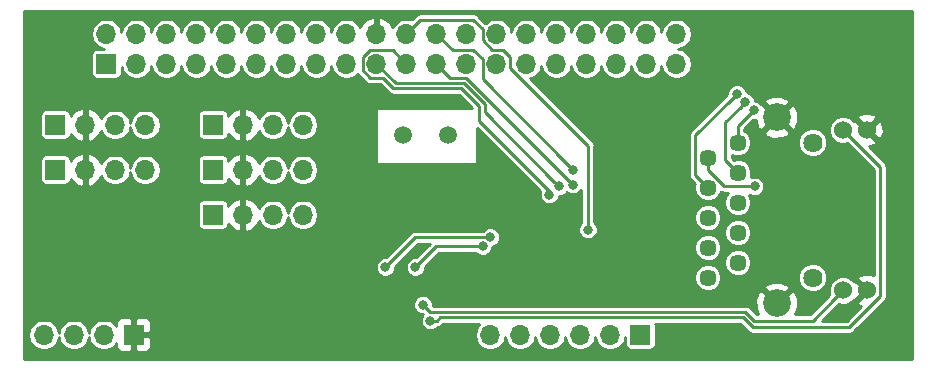
<source format=gbr>
G04 #@! TF.GenerationSoftware,KiCad,Pcbnew,(5.0.0-3-g5ebb6b6)*
G04 #@! TF.CreationDate,2020-01-23T02:23:46-08:00*
G04 #@! TF.ProjectId,Ethernet_Zero,45746865726E65745F5A65726F2E6B69,rev?*
G04 #@! TF.SameCoordinates,Original*
G04 #@! TF.FileFunction,Copper,L2,Bot,Signal*
G04 #@! TF.FilePolarity,Positive*
%FSLAX46Y46*%
G04 Gerber Fmt 4.6, Leading zero omitted, Abs format (unit mm)*
G04 Created by KiCad (PCBNEW (5.0.0-3-g5ebb6b6)) date Thursday, 23 January 2020 at 02:23:46*
%MOMM*%
%LPD*%
G01*
G04 APERTURE LIST*
G04 #@! TA.AperFunction,ComponentPad*
%ADD10R,1.700000X1.700000*%
G04 #@! TD*
G04 #@! TA.AperFunction,ComponentPad*
%ADD11O,1.700000X1.700000*%
G04 #@! TD*
G04 #@! TA.AperFunction,ComponentPad*
%ADD12C,1.500000*%
G04 #@! TD*
G04 #@! TA.AperFunction,ComponentPad*
%ADD13C,1.446000*%
G04 #@! TD*
G04 #@! TA.AperFunction,ComponentPad*
%ADD14C,1.530000*%
G04 #@! TD*
G04 #@! TA.AperFunction,ComponentPad*
%ADD15C,2.355000*%
G04 #@! TD*
G04 #@! TA.AperFunction,ComponentPad*
%ADD16C,1.625000*%
G04 #@! TD*
G04 #@! TA.AperFunction,ViaPad*
%ADD17C,0.800000*%
G04 #@! TD*
G04 #@! TA.AperFunction,Conductor*
%ADD18C,0.250000*%
G04 #@! TD*
G04 #@! TA.AperFunction,Conductor*
%ADD19C,0.254000*%
G04 #@! TD*
G04 APERTURE END LIST*
D10*
G04 #@! TO.P,J9,1*
G04 #@! TO.N,/5v*
X150574000Y-49558000D03*
D11*
G04 #@! TO.P,J9,2*
G04 #@! TO.N,GND*
X153114000Y-49558000D03*
G04 #@! TO.P,J9,3*
G04 #@! TO.N,/tx*
X155654000Y-49558000D03*
G04 #@! TO.P,J9,4*
G04 #@! TO.N,/rx*
X158194000Y-49558000D03*
G04 #@! TD*
G04 #@! TO.P,J8,4*
G04 #@! TO.N,/rx*
X158194000Y-53368000D03*
G04 #@! TO.P,J8,3*
G04 #@! TO.N,/tx*
X155654000Y-53368000D03*
G04 #@! TO.P,J8,2*
G04 #@! TO.N,GND*
X153114000Y-53368000D03*
D10*
G04 #@! TO.P,J8,1*
G04 #@! TO.N,/5v*
X150574000Y-53368000D03*
G04 #@! TD*
G04 #@! TO.P,J7,1*
G04 #@! TO.N,/5v*
X137239000Y-49558000D03*
D11*
G04 #@! TO.P,J7,2*
G04 #@! TO.N,GND*
X139779000Y-49558000D03*
G04 #@! TO.P,J7,3*
G04 #@! TO.N,/scl*
X142319000Y-49558000D03*
G04 #@! TO.P,J7,4*
G04 #@! TO.N,/sda*
X144859000Y-49558000D03*
G04 #@! TD*
D10*
G04 #@! TO.P,J1,1*
G04 #@! TO.N,Net-(J1-Pad1)*
X141564000Y-40588000D03*
D11*
G04 #@! TO.P,J1,2*
G04 #@! TO.N,/5v*
X141564000Y-38048000D03*
G04 #@! TO.P,J1,3*
G04 #@! TO.N,/sda*
X144104000Y-40588000D03*
G04 #@! TO.P,J1,4*
G04 #@! TO.N,/5v*
X144104000Y-38048000D03*
G04 #@! TO.P,J1,5*
G04 #@! TO.N,/scl*
X146644000Y-40588000D03*
G04 #@! TO.P,J1,6*
G04 #@! TO.N,Net-(J1-Pad6)*
X146644000Y-38048000D03*
G04 #@! TO.P,J1,7*
G04 #@! TO.N,Net-(J1-Pad7)*
X149184000Y-40588000D03*
G04 #@! TO.P,J1,8*
G04 #@! TO.N,/tx*
X149184000Y-38048000D03*
G04 #@! TO.P,J1,9*
G04 #@! TO.N,Net-(J1-Pad9)*
X151724000Y-40588000D03*
G04 #@! TO.P,J1,10*
G04 #@! TO.N,/rx*
X151724000Y-38048000D03*
G04 #@! TO.P,J1,11*
G04 #@! TO.N,Net-(J1-Pad11)*
X154264000Y-40588000D03*
G04 #@! TO.P,J1,12*
G04 #@! TO.N,Net-(J1-Pad12)*
X154264000Y-38048000D03*
G04 #@! TO.P,J1,13*
G04 #@! TO.N,Net-(J1-Pad13)*
X156804000Y-40588000D03*
G04 #@! TO.P,J1,14*
G04 #@! TO.N,Net-(J1-Pad14)*
X156804000Y-38048000D03*
G04 #@! TO.P,J1,15*
G04 #@! TO.N,Net-(J1-Pad15)*
X159344000Y-40588000D03*
G04 #@! TO.P,J1,16*
G04 #@! TO.N,Net-(J1-Pad16)*
X159344000Y-38048000D03*
G04 #@! TO.P,J1,17*
G04 #@! TO.N,+3V3*
X161884000Y-40588000D03*
G04 #@! TO.P,J1,18*
G04 #@! TO.N,Net-(J1-Pad18)*
X161884000Y-38048000D03*
G04 #@! TO.P,J1,19*
G04 #@! TO.N,Net-(J1-Pad19)*
X164424000Y-40588000D03*
G04 #@! TO.P,J1,20*
G04 #@! TO.N,GND*
X164424000Y-38048000D03*
G04 #@! TO.P,J1,21*
G04 #@! TO.N,Net-(J1-Pad21)*
X166964000Y-40588000D03*
G04 #@! TO.P,J1,22*
G04 #@! TO.N,/~INT*
X166964000Y-38048000D03*
G04 #@! TO.P,J1,23*
G04 #@! TO.N,Net-(J1-Pad23)*
X169504000Y-40588000D03*
G04 #@! TO.P,J1,24*
G04 #@! TO.N,Net-(J1-Pad24)*
X169504000Y-38048000D03*
G04 #@! TO.P,J1,25*
G04 #@! TO.N,Net-(J1-Pad25)*
X172044000Y-40588000D03*
G04 #@! TO.P,J1,26*
G04 #@! TO.N,Net-(J1-Pad26)*
X172044000Y-38048000D03*
G04 #@! TO.P,J1,27*
G04 #@! TO.N,Net-(J1-Pad27)*
X174584000Y-40588000D03*
G04 #@! TO.P,J1,28*
G04 #@! TO.N,Net-(J1-Pad28)*
X174584000Y-38048000D03*
G04 #@! TO.P,J1,29*
G04 #@! TO.N,Net-(J1-Pad29)*
X177124000Y-40588000D03*
G04 #@! TO.P,J1,30*
G04 #@! TO.N,Net-(J1-Pad30)*
X177124000Y-38048000D03*
G04 #@! TO.P,J1,31*
G04 #@! TO.N,Net-(J1-Pad31)*
X179664000Y-40588000D03*
G04 #@! TO.P,J1,32*
G04 #@! TO.N,Net-(J1-Pad32)*
X179664000Y-38048000D03*
G04 #@! TO.P,J1,33*
G04 #@! TO.N,Net-(J1-Pad33)*
X182204000Y-40588000D03*
G04 #@! TO.P,J1,34*
G04 #@! TO.N,Net-(J1-Pad34)*
X182204000Y-38048000D03*
G04 #@! TO.P,J1,35*
G04 #@! TO.N,Net-(J1-Pad35)*
X184744000Y-40588000D03*
G04 #@! TO.P,J1,36*
G04 #@! TO.N,Net-(J1-Pad36)*
X184744000Y-38048000D03*
G04 #@! TO.P,J1,37*
G04 #@! TO.N,Net-(J1-Pad37)*
X187284000Y-40588000D03*
G04 #@! TO.P,J1,38*
G04 #@! TO.N,Net-(J1-Pad38)*
X187284000Y-38048000D03*
G04 #@! TO.P,J1,39*
G04 #@! TO.N,Net-(J1-Pad39)*
X189824000Y-40588000D03*
G04 #@! TO.P,J1,40*
G04 #@! TO.N,Net-(J1-Pad40)*
X189824000Y-38048000D03*
G04 #@! TD*
D12*
G04 #@! TO.P,Y1,1*
G04 #@! TO.N,Net-(C2-Pad1)*
X170513000Y-46637000D03*
G04 #@! TO.P,Y1,2*
G04 #@! TO.N,Net-(C3-Pad1)*
X166713000Y-46637000D03*
G04 #@! TD*
D13*
G04 #@! TO.P,J5,1*
G04 #@! TO.N,Net-(J5-Pad1)*
X195024000Y-47272000D03*
G04 #@! TO.P,J5,2*
G04 #@! TO.N,Net-(J5-Pad2)*
X192484000Y-48542000D03*
G04 #@! TO.P,J5,3*
G04 #@! TO.N,Net-(J5-Pad3)*
X195024000Y-49812000D03*
G04 #@! TO.P,J5,4*
G04 #@! TO.N,Net-(J5-Pad4)*
X192484000Y-51082000D03*
G04 #@! TO.P,J5,5*
G04 #@! TO.N,Net-(J5-Pad5)*
X195024000Y-52352000D03*
G04 #@! TO.P,J5,6*
G04 #@! TO.N,Net-(J5-Pad6)*
X192484000Y-53622000D03*
G04 #@! TO.P,J5,7*
G04 #@! TO.N,/VC1+*
X195024000Y-54892000D03*
G04 #@! TO.P,J5,8*
G04 #@! TO.N,/VC1-*
X192484000Y-56162000D03*
G04 #@! TO.P,J5,9*
G04 #@! TO.N,/VC2+*
X195024000Y-57432000D03*
G04 #@! TO.P,J5,10*
G04 #@! TO.N,/VC2-*
X192484000Y-58702000D03*
D14*
G04 #@! TO.P,J5,L1*
G04 #@! TO.N,Net-(J5-PadL1)*
X203924000Y-59787000D03*
G04 #@! TO.P,J5,L2*
G04 #@! TO.N,GND*
X205954000Y-59787000D03*
G04 #@! TO.P,J5,L3*
G04 #@! TO.N,Net-(J5-PadL3)*
X203924000Y-46187000D03*
G04 #@! TO.P,J5,L4*
G04 #@! TO.N,GND*
X205954000Y-46187000D03*
D15*
G04 #@! TO.P,J5,MH1*
X198324000Y-60862000D03*
G04 #@! TO.P,J5,MH2*
X198324000Y-45112000D03*
D16*
G04 #@! TO.P,J5,MH3*
G04 #@! TO.N,N/C*
X201374000Y-58702000D03*
G04 #@! TO.P,J5,MH4*
X201374000Y-47272000D03*
G04 #@! TD*
D10*
G04 #@! TO.P,J6,1*
G04 #@! TO.N,/VC2-*
X186769000Y-63528000D03*
D11*
G04 #@! TO.P,J6,2*
G04 #@! TO.N,/VC2+*
X184229000Y-63528000D03*
G04 #@! TO.P,J6,3*
G04 #@! TO.N,/VC1-*
X181689000Y-63528000D03*
G04 #@! TO.P,J6,4*
G04 #@! TO.N,/VC1+*
X179149000Y-63528000D03*
G04 #@! TO.P,J6,5*
G04 #@! TO.N,Net-(J6-Pad5)*
X176609000Y-63528000D03*
G04 #@! TO.P,J6,6*
G04 #@! TO.N,Net-(J6-Pad6)*
X174069000Y-63528000D03*
G04 #@! TD*
D10*
G04 #@! TO.P,J2,1*
G04 #@! TO.N,/5v*
X137239000Y-45748000D03*
D11*
G04 #@! TO.P,J2,2*
G04 #@! TO.N,GND*
X139779000Y-45748000D03*
G04 #@! TO.P,J2,3*
G04 #@! TO.N,/scl*
X142319000Y-45748000D03*
G04 #@! TO.P,J2,4*
G04 #@! TO.N,/sda*
X144859000Y-45748000D03*
G04 #@! TD*
G04 #@! TO.P,J3,4*
G04 #@! TO.N,/rx*
X158194000Y-45748000D03*
G04 #@! TO.P,J3,3*
G04 #@! TO.N,/tx*
X155654000Y-45748000D03*
G04 #@! TO.P,J3,2*
G04 #@! TO.N,GND*
X153114000Y-45748000D03*
D10*
G04 #@! TO.P,J3,1*
G04 #@! TO.N,/5v*
X150574000Y-45748000D03*
G04 #@! TD*
G04 #@! TO.P,J4,1*
G04 #@! TO.N,GND*
X143869000Y-63528000D03*
D11*
G04 #@! TO.P,J4,2*
G04 #@! TO.N,/5v*
X141329000Y-63528000D03*
G04 #@! TO.P,J4,3*
G04 #@! TO.N,Net-(J4-Pad3)*
X138789000Y-63528000D03*
G04 #@! TO.P,J4,4*
G04 #@! TO.N,Net-(J4-Pad4)*
X136249000Y-63528000D03*
G04 #@! TD*
D17*
G04 #@! TO.N,GND*
X189944000Y-47018000D03*
X186134000Y-50828000D03*
X169624000Y-52098000D03*
X174704000Y-50828000D03*
X174836319Y-49377996D03*
X170894000Y-58448000D03*
X193754000Y-41938000D03*
X162004000Y-49558000D03*
X161369000Y-52098000D03*
X164544000Y-43208000D03*
X182322596Y-59081596D03*
G04 #@! TO.N,Net-(J1-Pad19)*
X179891719Y-50965601D03*
G04 #@! TO.N,Net-(J1-Pad21)*
X179067398Y-51670201D03*
G04 #@! TO.N,/~INT*
X182324000Y-54638000D03*
G04 #@! TO.N,Net-(J1-Pad23)*
X181054000Y-50828000D03*
G04 #@! TO.N,Net-(J1-Pad24)*
X181054008Y-49558000D03*
G04 #@! TO.N,Net-(J5-PadL1)*
X168354000Y-60988000D03*
G04 #@! TO.N,/LED_GREEN*
X167719000Y-57813000D03*
X173410126Y-56025268D03*
G04 #@! TO.N,/LED_YELLOW*
X165179000Y-57813000D03*
X174069000Y-55273000D03*
G04 #@! TO.N,Net-(J5-PadL3)*
X168989000Y-62348010D03*
G04 #@! TO.N,Net-(J5-Pad4)*
X194951885Y-43135885D03*
G04 #@! TO.N,Net-(J5-Pad3)*
X195659000Y-43843000D03*
G04 #@! TO.N,Net-(J5-Pad2)*
X196439232Y-50973232D03*
G04 #@! TO.N,Net-(J5-Pad1)*
X196366115Y-44550115D03*
G04 #@! TD*
D18*
G04 #@! TO.N,Net-(J1-Pad19)*
X164424000Y-40588000D02*
X166049011Y-42213011D01*
X173574021Y-44647901D02*
X179491720Y-50565602D01*
X171805422Y-42213011D02*
X173574021Y-43981610D01*
X166049011Y-42213011D02*
X171805422Y-42213011D01*
X179491720Y-50565602D02*
X179891719Y-50965601D01*
X173574021Y-43981610D02*
X173574021Y-44647901D01*
G04 #@! TO.N,Net-(J1-Pad21)*
X179149000Y-51463000D02*
X179149000Y-51670201D01*
X173124010Y-45438010D02*
X179149000Y-51463000D01*
X173124010Y-44168010D02*
X173124010Y-45438010D01*
X179149000Y-51670201D02*
X179067398Y-51670201D01*
X165862612Y-42663022D02*
X171619022Y-42663022D01*
X171619022Y-42663022D02*
X173124010Y-44168010D01*
X163859999Y-41763001D02*
X164962591Y-41763001D01*
X163248999Y-41152001D02*
X163859999Y-41763001D01*
X163859999Y-39412999D02*
X163248999Y-40023999D01*
X166964000Y-40588000D02*
X165788999Y-39412999D01*
X165788999Y-39412999D02*
X163859999Y-39412999D01*
X164962591Y-41763001D02*
X165862612Y-42663022D01*
X163248999Y-40023999D02*
X163248999Y-41152001D01*
G04 #@! TO.N,/~INT*
X175759001Y-40962003D02*
X182312089Y-47515091D01*
X182324000Y-47515091D02*
X182324000Y-53838002D01*
X173408999Y-37673997D02*
X173408999Y-38612001D01*
X175759001Y-40023999D02*
X175759001Y-40962003D01*
X174209997Y-39412999D02*
X175148001Y-39412999D01*
X172608001Y-36872999D02*
X173408999Y-37673997D01*
X168139001Y-36872999D02*
X172608001Y-36872999D01*
X182312089Y-47515091D02*
X182324000Y-47515091D01*
X182324000Y-53838002D02*
X182324000Y-54638000D01*
X175148001Y-39412999D02*
X175759001Y-40023999D01*
X166964000Y-38048000D02*
X168139001Y-36872999D01*
X173408999Y-38612001D02*
X174209997Y-39412999D01*
G04 #@! TO.N,Net-(J1-Pad23)*
X169504000Y-40588000D02*
X170679000Y-41763000D01*
X180654001Y-50428001D02*
X181054000Y-50828000D01*
X171991822Y-41763000D02*
X174024032Y-43795210D01*
X174024032Y-43798032D02*
X180654001Y-50428001D01*
X170679000Y-41763000D02*
X171991822Y-41763000D01*
X174024032Y-43795210D02*
X174024032Y-43798032D01*
G04 #@! TO.N,Net-(J1-Pad24)*
X172608001Y-39412999D02*
X173408999Y-40213997D01*
X173408999Y-41912991D02*
X180654009Y-49158001D01*
X170868999Y-39412999D02*
X172608001Y-39412999D01*
X173408999Y-40213997D02*
X173408999Y-41912991D01*
X169504000Y-38048000D02*
X170868999Y-39412999D01*
X180654009Y-49158001D02*
X181054008Y-49558000D01*
G04 #@! TO.N,Net-(J5-PadL1)*
X203159001Y-60551999D02*
X203924000Y-59787000D01*
X201346499Y-62364501D02*
X203159001Y-60551999D01*
X196400501Y-62364501D02*
X201346499Y-62364501D01*
X168989000Y-61623000D02*
X195659000Y-61623000D01*
X195659000Y-61623000D02*
X196400501Y-62364501D01*
X168354000Y-60988000D02*
X168989000Y-61623000D01*
G04 #@! TO.N,/LED_GREEN*
X169506732Y-56025268D02*
X172844441Y-56025268D01*
X172844441Y-56025268D02*
X173410126Y-56025268D01*
X167719000Y-57813000D02*
X169506732Y-56025268D01*
G04 #@! TO.N,/LED_YELLOW*
X167719000Y-55273000D02*
X174069000Y-55273000D01*
X165179000Y-57813000D02*
X167719000Y-55273000D01*
G04 #@! TO.N,Net-(J5-PadL3)*
X207089000Y-49352000D02*
X207089000Y-60265202D01*
X207089000Y-60265202D02*
X204461202Y-62893000D01*
X169829684Y-62073011D02*
X169554685Y-62348010D01*
X195472601Y-62073011D02*
X169829684Y-62073011D01*
X203924000Y-46187000D02*
X207089000Y-49352000D01*
X169554685Y-62348010D02*
X168989000Y-62348010D01*
X204461202Y-62893000D02*
X196292590Y-62893000D01*
X196292590Y-62893000D02*
X195472601Y-62073011D01*
G04 #@! TO.N,Net-(J5-Pad4)*
X194551886Y-43535884D02*
X194951885Y-43135885D01*
X191435999Y-46651771D02*
X194551886Y-43535884D01*
X192484000Y-51082000D02*
X191435999Y-50033999D01*
X191435999Y-50033999D02*
X191435999Y-46651771D01*
G04 #@! TO.N,Net-(J5-Pad3)*
X195259001Y-44242999D02*
X195659000Y-43843000D01*
X193975999Y-48763999D02*
X193975999Y-45526001D01*
X193975999Y-45526001D02*
X195259001Y-44242999D01*
X195024000Y-49812000D02*
X193975999Y-48763999D01*
G04 #@! TO.N,Net-(J5-Pad2)*
X192484000Y-48542000D02*
X192484000Y-49564476D01*
X192484000Y-49564476D02*
X193892756Y-50973232D01*
X195873547Y-50973232D02*
X196439232Y-50973232D01*
X193892756Y-50973232D02*
X195873547Y-50973232D01*
G04 #@! TO.N,Net-(J5-Pad1)*
X195966116Y-44950114D02*
X196366115Y-44550115D01*
X195024000Y-45892230D02*
X195966116Y-44950114D01*
X195024000Y-47272000D02*
X195024000Y-45892230D01*
G04 #@! TD*
D19*
G04 #@! TO.N,GND*
G36*
X209762001Y-65566000D02*
X134566000Y-65566000D01*
X134566000Y-63528000D01*
X134946983Y-63528000D01*
X135046093Y-64026260D01*
X135328335Y-64448665D01*
X135750740Y-64730907D01*
X136123231Y-64805000D01*
X136374769Y-64805000D01*
X136747260Y-64730907D01*
X137169665Y-64448665D01*
X137451907Y-64026260D01*
X137519000Y-63688960D01*
X137586093Y-64026260D01*
X137868335Y-64448665D01*
X138290740Y-64730907D01*
X138663231Y-64805000D01*
X138914769Y-64805000D01*
X139287260Y-64730907D01*
X139709665Y-64448665D01*
X139991907Y-64026260D01*
X140059000Y-63688960D01*
X140126093Y-64026260D01*
X140408335Y-64448665D01*
X140830740Y-64730907D01*
X141203231Y-64805000D01*
X141454769Y-64805000D01*
X141827260Y-64730907D01*
X142249665Y-64448665D01*
X142384000Y-64247618D01*
X142384000Y-64504309D01*
X142480673Y-64737698D01*
X142659301Y-64916327D01*
X142892690Y-65013000D01*
X143583250Y-65013000D01*
X143742000Y-64854250D01*
X143742000Y-63655000D01*
X143996000Y-63655000D01*
X143996000Y-64854250D01*
X144154750Y-65013000D01*
X144845310Y-65013000D01*
X145078699Y-64916327D01*
X145257327Y-64737698D01*
X145354000Y-64504309D01*
X145354000Y-63813750D01*
X145195250Y-63655000D01*
X143996000Y-63655000D01*
X143742000Y-63655000D01*
X143722000Y-63655000D01*
X143722000Y-63401000D01*
X143742000Y-63401000D01*
X143742000Y-62201750D01*
X143996000Y-62201750D01*
X143996000Y-63401000D01*
X145195250Y-63401000D01*
X145354000Y-63242250D01*
X145354000Y-62551691D01*
X145257327Y-62318302D01*
X145078699Y-62139673D01*
X144845310Y-62043000D01*
X144154750Y-62043000D01*
X143996000Y-62201750D01*
X143742000Y-62201750D01*
X143583250Y-62043000D01*
X142892690Y-62043000D01*
X142659301Y-62139673D01*
X142480673Y-62318302D01*
X142384000Y-62551691D01*
X142384000Y-62808382D01*
X142249665Y-62607335D01*
X141827260Y-62325093D01*
X141454769Y-62251000D01*
X141203231Y-62251000D01*
X140830740Y-62325093D01*
X140408335Y-62607335D01*
X140126093Y-63029740D01*
X140059000Y-63367040D01*
X139991907Y-63029740D01*
X139709665Y-62607335D01*
X139287260Y-62325093D01*
X138914769Y-62251000D01*
X138663231Y-62251000D01*
X138290740Y-62325093D01*
X137868335Y-62607335D01*
X137586093Y-63029740D01*
X137519000Y-63367040D01*
X137451907Y-63029740D01*
X137169665Y-62607335D01*
X136747260Y-62325093D01*
X136374769Y-62251000D01*
X136123231Y-62251000D01*
X135750740Y-62325093D01*
X135328335Y-62607335D01*
X135046093Y-63029740D01*
X134946983Y-63528000D01*
X134566000Y-63528000D01*
X134566000Y-60823499D01*
X167527000Y-60823499D01*
X167527000Y-61152501D01*
X167652903Y-61456458D01*
X167885542Y-61689097D01*
X168189499Y-61815000D01*
X168352455Y-61815000D01*
X168287903Y-61879552D01*
X168162000Y-62183509D01*
X168162000Y-62512511D01*
X168287903Y-62816468D01*
X168520542Y-63049107D01*
X168824499Y-63175010D01*
X169153501Y-63175010D01*
X169457458Y-63049107D01*
X169605935Y-62900630D01*
X169609050Y-62900010D01*
X169770065Y-62867982D01*
X169952655Y-62745980D01*
X169983454Y-62699886D01*
X170058329Y-62625011D01*
X173136524Y-62625011D01*
X172866093Y-63029740D01*
X172766983Y-63528000D01*
X172866093Y-64026260D01*
X173148335Y-64448665D01*
X173570740Y-64730907D01*
X173943231Y-64805000D01*
X174194769Y-64805000D01*
X174567260Y-64730907D01*
X174989665Y-64448665D01*
X175271907Y-64026260D01*
X175339000Y-63688960D01*
X175406093Y-64026260D01*
X175688335Y-64448665D01*
X176110740Y-64730907D01*
X176483231Y-64805000D01*
X176734769Y-64805000D01*
X177107260Y-64730907D01*
X177529665Y-64448665D01*
X177811907Y-64026260D01*
X177879000Y-63688960D01*
X177946093Y-64026260D01*
X178228335Y-64448665D01*
X178650740Y-64730907D01*
X179023231Y-64805000D01*
X179274769Y-64805000D01*
X179647260Y-64730907D01*
X180069665Y-64448665D01*
X180351907Y-64026260D01*
X180419000Y-63688960D01*
X180486093Y-64026260D01*
X180768335Y-64448665D01*
X181190740Y-64730907D01*
X181563231Y-64805000D01*
X181814769Y-64805000D01*
X182187260Y-64730907D01*
X182609665Y-64448665D01*
X182891907Y-64026260D01*
X182959000Y-63688960D01*
X183026093Y-64026260D01*
X183308335Y-64448665D01*
X183730740Y-64730907D01*
X184103231Y-64805000D01*
X184354769Y-64805000D01*
X184727260Y-64730907D01*
X185149665Y-64448665D01*
X185431907Y-64026260D01*
X185483635Y-63766206D01*
X185483635Y-64378000D01*
X185516775Y-64544607D01*
X185611150Y-64685850D01*
X185752393Y-64780225D01*
X185919000Y-64813365D01*
X187619000Y-64813365D01*
X187785607Y-64780225D01*
X187926850Y-64685850D01*
X188021225Y-64544607D01*
X188054365Y-64378000D01*
X188054365Y-62678000D01*
X188043825Y-62625011D01*
X195243956Y-62625011D01*
X195863823Y-63244879D01*
X195894620Y-63290970D01*
X196077210Y-63412972D01*
X196238225Y-63445000D01*
X196292590Y-63455814D01*
X196346955Y-63445000D01*
X204406837Y-63445000D01*
X204461202Y-63455814D01*
X204515567Y-63445000D01*
X204676582Y-63412972D01*
X204859172Y-63290970D01*
X204889970Y-63244877D01*
X207440879Y-60693969D01*
X207486970Y-60663172D01*
X207608972Y-60480582D01*
X207641000Y-60319567D01*
X207651814Y-60265202D01*
X207641000Y-60210837D01*
X207641000Y-49406365D01*
X207651814Y-49352000D01*
X207608972Y-49136620D01*
X207595114Y-49115880D01*
X207486970Y-48954030D01*
X207440880Y-48923234D01*
X206099149Y-47581503D01*
X206301850Y-47571396D01*
X206686949Y-47411883D01*
X206756782Y-47169387D01*
X205954000Y-46366605D01*
X205939858Y-46380748D01*
X205760253Y-46201143D01*
X205774395Y-46187000D01*
X206133605Y-46187000D01*
X206936387Y-46989782D01*
X207178883Y-46919949D01*
X207366132Y-46395414D01*
X207338396Y-45839150D01*
X207178883Y-45454051D01*
X206936387Y-45384218D01*
X206133605Y-46187000D01*
X205774395Y-46187000D01*
X204971613Y-45384218D01*
X204843775Y-45421032D01*
X204627356Y-45204613D01*
X205151218Y-45204613D01*
X205954000Y-46007395D01*
X206756782Y-45204613D01*
X206686949Y-44962117D01*
X206162414Y-44774868D01*
X205606150Y-44802604D01*
X205221051Y-44962117D01*
X205151218Y-45204613D01*
X204627356Y-45204613D01*
X204599214Y-45176471D01*
X204161104Y-44995000D01*
X203686896Y-44995000D01*
X203248786Y-45176471D01*
X202913471Y-45511786D01*
X202732000Y-45949896D01*
X202732000Y-46424104D01*
X202913471Y-46862214D01*
X203248786Y-47197529D01*
X203686896Y-47379000D01*
X204161104Y-47379000D01*
X204284318Y-47327963D01*
X206537000Y-49580646D01*
X206537001Y-58508588D01*
X206162414Y-58374868D01*
X205606150Y-58402604D01*
X205221051Y-58562117D01*
X205151218Y-58804613D01*
X205954000Y-59607395D01*
X205968143Y-59593253D01*
X206147748Y-59772858D01*
X206133605Y-59787000D01*
X206147748Y-59801143D01*
X205968143Y-59980748D01*
X205954000Y-59966605D01*
X205151218Y-60769387D01*
X205221051Y-61011883D01*
X205472066Y-61101491D01*
X204232557Y-62341000D01*
X202150645Y-62341000D01*
X203563683Y-60927963D01*
X203686896Y-60979000D01*
X204161104Y-60979000D01*
X204599214Y-60797529D01*
X204843775Y-60552968D01*
X204971613Y-60589782D01*
X205774395Y-59787000D01*
X204971613Y-58984218D01*
X204843775Y-59021032D01*
X204599214Y-58776471D01*
X204161104Y-58595000D01*
X203686896Y-58595000D01*
X203248786Y-58776471D01*
X202913471Y-59111786D01*
X202732000Y-59549896D01*
X202732000Y-60024104D01*
X202783037Y-60147317D01*
X201117854Y-61812501D01*
X199901746Y-61812501D01*
X200146348Y-61168899D01*
X200125075Y-60448155D01*
X199890185Y-59881080D01*
X199604908Y-59760697D01*
X198503605Y-60862000D01*
X198517748Y-60876143D01*
X198338143Y-61055748D01*
X198324000Y-61041605D01*
X198309858Y-61055748D01*
X198130253Y-60876143D01*
X198144395Y-60862000D01*
X197043092Y-59760697D01*
X196757815Y-59881080D01*
X196501652Y-60555101D01*
X196522925Y-61275845D01*
X196745215Y-61812501D01*
X196629146Y-61812501D01*
X196087769Y-61271124D01*
X196056970Y-61225030D01*
X195874380Y-61103028D01*
X195713365Y-61071000D01*
X195659000Y-61060186D01*
X195604635Y-61071000D01*
X169217646Y-61071000D01*
X169181000Y-61034354D01*
X169181000Y-60823499D01*
X169055097Y-60519542D01*
X168822458Y-60286903D01*
X168518501Y-60161000D01*
X168189499Y-60161000D01*
X167885542Y-60286903D01*
X167652903Y-60519542D01*
X167527000Y-60823499D01*
X134566000Y-60823499D01*
X134566000Y-57648499D01*
X164352000Y-57648499D01*
X164352000Y-57977501D01*
X164477903Y-58281458D01*
X164710542Y-58514097D01*
X165014499Y-58640000D01*
X165343501Y-58640000D01*
X165647458Y-58514097D01*
X165880097Y-58281458D01*
X166006000Y-57977501D01*
X166006000Y-57766645D01*
X167947646Y-55825000D01*
X168926355Y-55825000D01*
X167765355Y-56986000D01*
X167554499Y-56986000D01*
X167250542Y-57111903D01*
X167017903Y-57344542D01*
X166892000Y-57648499D01*
X166892000Y-57977501D01*
X167017903Y-58281458D01*
X167250542Y-58514097D01*
X167554499Y-58640000D01*
X167883501Y-58640000D01*
X168187458Y-58514097D01*
X168228304Y-58473251D01*
X191334000Y-58473251D01*
X191334000Y-58930749D01*
X191509077Y-59353423D01*
X191832577Y-59676923D01*
X192255251Y-59852000D01*
X192712749Y-59852000D01*
X193135423Y-59676923D01*
X193231254Y-59581092D01*
X197222697Y-59581092D01*
X198324000Y-60682395D01*
X199425303Y-59581092D01*
X199304920Y-59295815D01*
X198630899Y-59039652D01*
X197910155Y-59060925D01*
X197343080Y-59295815D01*
X197222697Y-59581092D01*
X193231254Y-59581092D01*
X193458923Y-59353423D01*
X193634000Y-58930749D01*
X193634000Y-58473251D01*
X193458923Y-58050577D01*
X193135423Y-57727077D01*
X192712749Y-57552000D01*
X192255251Y-57552000D01*
X191832577Y-57727077D01*
X191509077Y-58050577D01*
X191334000Y-58473251D01*
X168228304Y-58473251D01*
X168420097Y-58281458D01*
X168546000Y-57977501D01*
X168546000Y-57766645D01*
X169735377Y-56577268D01*
X172792571Y-56577268D01*
X172941668Y-56726365D01*
X173245625Y-56852268D01*
X173574627Y-56852268D01*
X173878584Y-56726365D01*
X174111223Y-56493726D01*
X174237126Y-56189769D01*
X174237126Y-56098498D01*
X174537458Y-55974097D01*
X174578304Y-55933251D01*
X191334000Y-55933251D01*
X191334000Y-56390749D01*
X191509077Y-56813423D01*
X191832577Y-57136923D01*
X192255251Y-57312000D01*
X192712749Y-57312000D01*
X192975292Y-57203251D01*
X193874000Y-57203251D01*
X193874000Y-57660749D01*
X194049077Y-58083423D01*
X194372577Y-58406923D01*
X194795251Y-58582000D01*
X195252749Y-58582000D01*
X195558273Y-58455448D01*
X200134500Y-58455448D01*
X200134500Y-58948552D01*
X200323203Y-59404120D01*
X200671880Y-59752797D01*
X201127448Y-59941500D01*
X201620552Y-59941500D01*
X202076120Y-59752797D01*
X202424797Y-59404120D01*
X202613500Y-58948552D01*
X202613500Y-58455448D01*
X202424797Y-57999880D01*
X202076120Y-57651203D01*
X201620552Y-57462500D01*
X201127448Y-57462500D01*
X200671880Y-57651203D01*
X200323203Y-57999880D01*
X200134500Y-58455448D01*
X195558273Y-58455448D01*
X195675423Y-58406923D01*
X195998923Y-58083423D01*
X196174000Y-57660749D01*
X196174000Y-57203251D01*
X195998923Y-56780577D01*
X195675423Y-56457077D01*
X195252749Y-56282000D01*
X194795251Y-56282000D01*
X194372577Y-56457077D01*
X194049077Y-56780577D01*
X193874000Y-57203251D01*
X192975292Y-57203251D01*
X193135423Y-57136923D01*
X193458923Y-56813423D01*
X193634000Y-56390749D01*
X193634000Y-55933251D01*
X193458923Y-55510577D01*
X193135423Y-55187077D01*
X192712749Y-55012000D01*
X192255251Y-55012000D01*
X191832577Y-55187077D01*
X191509077Y-55510577D01*
X191334000Y-55933251D01*
X174578304Y-55933251D01*
X174770097Y-55741458D01*
X174896000Y-55437501D01*
X174896000Y-55108499D01*
X174770097Y-54804542D01*
X174537458Y-54571903D01*
X174233501Y-54446000D01*
X173904499Y-54446000D01*
X173600542Y-54571903D01*
X173451445Y-54721000D01*
X167773364Y-54721000D01*
X167718999Y-54710186D01*
X167503620Y-54753028D01*
X167321030Y-54875030D01*
X167290233Y-54921121D01*
X165225355Y-56986000D01*
X165014499Y-56986000D01*
X164710542Y-57111903D01*
X164477903Y-57344542D01*
X164352000Y-57648499D01*
X134566000Y-57648499D01*
X134566000Y-52518000D01*
X149288635Y-52518000D01*
X149288635Y-54218000D01*
X149321775Y-54384607D01*
X149416150Y-54525850D01*
X149557393Y-54620225D01*
X149724000Y-54653365D01*
X151424000Y-54653365D01*
X151590607Y-54620225D01*
X151731850Y-54525850D01*
X151826225Y-54384607D01*
X151859365Y-54218000D01*
X151859365Y-54122764D01*
X151918817Y-54249358D01*
X152347076Y-54639645D01*
X152757110Y-54809476D01*
X152987000Y-54688155D01*
X152987000Y-53495000D01*
X152967000Y-53495000D01*
X152967000Y-53241000D01*
X152987000Y-53241000D01*
X152987000Y-52047845D01*
X153241000Y-52047845D01*
X153241000Y-53241000D01*
X153261000Y-53241000D01*
X153261000Y-53495000D01*
X153241000Y-53495000D01*
X153241000Y-54688155D01*
X153470890Y-54809476D01*
X153880924Y-54639645D01*
X154309183Y-54249358D01*
X154473410Y-53899660D01*
X154733335Y-54288665D01*
X155155740Y-54570907D01*
X155528231Y-54645000D01*
X155779769Y-54645000D01*
X156152260Y-54570907D01*
X156574665Y-54288665D01*
X156856907Y-53866260D01*
X156924000Y-53528960D01*
X156991093Y-53866260D01*
X157273335Y-54288665D01*
X157695740Y-54570907D01*
X158068231Y-54645000D01*
X158319769Y-54645000D01*
X158692260Y-54570907D01*
X159114665Y-54288665D01*
X159396907Y-53866260D01*
X159496017Y-53368000D01*
X159396907Y-52869740D01*
X159114665Y-52447335D01*
X158692260Y-52165093D01*
X158319769Y-52091000D01*
X158068231Y-52091000D01*
X157695740Y-52165093D01*
X157273335Y-52447335D01*
X156991093Y-52869740D01*
X156924000Y-53207040D01*
X156856907Y-52869740D01*
X156574665Y-52447335D01*
X156152260Y-52165093D01*
X155779769Y-52091000D01*
X155528231Y-52091000D01*
X155155740Y-52165093D01*
X154733335Y-52447335D01*
X154473410Y-52836340D01*
X154309183Y-52486642D01*
X153880924Y-52096355D01*
X153470890Y-51926524D01*
X153241000Y-52047845D01*
X152987000Y-52047845D01*
X152757110Y-51926524D01*
X152347076Y-52096355D01*
X151918817Y-52486642D01*
X151859365Y-52613236D01*
X151859365Y-52518000D01*
X151826225Y-52351393D01*
X151731850Y-52210150D01*
X151590607Y-52115775D01*
X151424000Y-52082635D01*
X149724000Y-52082635D01*
X149557393Y-52115775D01*
X149416150Y-52210150D01*
X149321775Y-52351393D01*
X149288635Y-52518000D01*
X134566000Y-52518000D01*
X134566000Y-48708000D01*
X135953635Y-48708000D01*
X135953635Y-50408000D01*
X135986775Y-50574607D01*
X136081150Y-50715850D01*
X136222393Y-50810225D01*
X136389000Y-50843365D01*
X138089000Y-50843365D01*
X138255607Y-50810225D01*
X138396850Y-50715850D01*
X138491225Y-50574607D01*
X138524365Y-50408000D01*
X138524365Y-50312764D01*
X138583817Y-50439358D01*
X139012076Y-50829645D01*
X139422110Y-50999476D01*
X139652000Y-50878155D01*
X139652000Y-49685000D01*
X139632000Y-49685000D01*
X139632000Y-49431000D01*
X139652000Y-49431000D01*
X139652000Y-48237845D01*
X139906000Y-48237845D01*
X139906000Y-49431000D01*
X139926000Y-49431000D01*
X139926000Y-49685000D01*
X139906000Y-49685000D01*
X139906000Y-50878155D01*
X140135890Y-50999476D01*
X140545924Y-50829645D01*
X140974183Y-50439358D01*
X141138410Y-50089660D01*
X141398335Y-50478665D01*
X141820740Y-50760907D01*
X142193231Y-50835000D01*
X142444769Y-50835000D01*
X142817260Y-50760907D01*
X143239665Y-50478665D01*
X143521907Y-50056260D01*
X143589000Y-49718960D01*
X143656093Y-50056260D01*
X143938335Y-50478665D01*
X144360740Y-50760907D01*
X144733231Y-50835000D01*
X144984769Y-50835000D01*
X145357260Y-50760907D01*
X145779665Y-50478665D01*
X146061907Y-50056260D01*
X146161017Y-49558000D01*
X146061907Y-49059740D01*
X145826882Y-48708000D01*
X149288635Y-48708000D01*
X149288635Y-50408000D01*
X149321775Y-50574607D01*
X149416150Y-50715850D01*
X149557393Y-50810225D01*
X149724000Y-50843365D01*
X151424000Y-50843365D01*
X151590607Y-50810225D01*
X151731850Y-50715850D01*
X151826225Y-50574607D01*
X151859365Y-50408000D01*
X151859365Y-50312764D01*
X151918817Y-50439358D01*
X152347076Y-50829645D01*
X152757110Y-50999476D01*
X152987000Y-50878155D01*
X152987000Y-49685000D01*
X152967000Y-49685000D01*
X152967000Y-49431000D01*
X152987000Y-49431000D01*
X152987000Y-48237845D01*
X153241000Y-48237845D01*
X153241000Y-49431000D01*
X153261000Y-49431000D01*
X153261000Y-49685000D01*
X153241000Y-49685000D01*
X153241000Y-50878155D01*
X153470890Y-50999476D01*
X153880924Y-50829645D01*
X154309183Y-50439358D01*
X154473410Y-50089660D01*
X154733335Y-50478665D01*
X155155740Y-50760907D01*
X155528231Y-50835000D01*
X155779769Y-50835000D01*
X156152260Y-50760907D01*
X156574665Y-50478665D01*
X156856907Y-50056260D01*
X156924000Y-49718960D01*
X156991093Y-50056260D01*
X157273335Y-50478665D01*
X157695740Y-50760907D01*
X158068231Y-50835000D01*
X158319769Y-50835000D01*
X158692260Y-50760907D01*
X159114665Y-50478665D01*
X159396907Y-50056260D01*
X159496017Y-49558000D01*
X159396907Y-49059740D01*
X159114665Y-48637335D01*
X158692260Y-48355093D01*
X158319769Y-48281000D01*
X158068231Y-48281000D01*
X157695740Y-48355093D01*
X157273335Y-48637335D01*
X156991093Y-49059740D01*
X156924000Y-49397040D01*
X156856907Y-49059740D01*
X156574665Y-48637335D01*
X156152260Y-48355093D01*
X155779769Y-48281000D01*
X155528231Y-48281000D01*
X155155740Y-48355093D01*
X154733335Y-48637335D01*
X154473410Y-49026340D01*
X154309183Y-48676642D01*
X153880924Y-48286355D01*
X153470890Y-48116524D01*
X153241000Y-48237845D01*
X152987000Y-48237845D01*
X152757110Y-48116524D01*
X152347076Y-48286355D01*
X151918817Y-48676642D01*
X151859365Y-48803236D01*
X151859365Y-48708000D01*
X151826225Y-48541393D01*
X151731850Y-48400150D01*
X151590607Y-48305775D01*
X151424000Y-48272635D01*
X149724000Y-48272635D01*
X149557393Y-48305775D01*
X149416150Y-48400150D01*
X149321775Y-48541393D01*
X149288635Y-48708000D01*
X145826882Y-48708000D01*
X145779665Y-48637335D01*
X145357260Y-48355093D01*
X144984769Y-48281000D01*
X144733231Y-48281000D01*
X144360740Y-48355093D01*
X143938335Y-48637335D01*
X143656093Y-49059740D01*
X143589000Y-49397040D01*
X143521907Y-49059740D01*
X143239665Y-48637335D01*
X142817260Y-48355093D01*
X142444769Y-48281000D01*
X142193231Y-48281000D01*
X141820740Y-48355093D01*
X141398335Y-48637335D01*
X141138410Y-49026340D01*
X140974183Y-48676642D01*
X140545924Y-48286355D01*
X140135890Y-48116524D01*
X139906000Y-48237845D01*
X139652000Y-48237845D01*
X139422110Y-48116524D01*
X139012076Y-48286355D01*
X138583817Y-48676642D01*
X138524365Y-48803236D01*
X138524365Y-48708000D01*
X138491225Y-48541393D01*
X138396850Y-48400150D01*
X138255607Y-48305775D01*
X138089000Y-48272635D01*
X136389000Y-48272635D01*
X136222393Y-48305775D01*
X136081150Y-48400150D01*
X135986775Y-48541393D01*
X135953635Y-48708000D01*
X134566000Y-48708000D01*
X134566000Y-44898000D01*
X135953635Y-44898000D01*
X135953635Y-46598000D01*
X135986775Y-46764607D01*
X136081150Y-46905850D01*
X136222393Y-47000225D01*
X136389000Y-47033365D01*
X138089000Y-47033365D01*
X138255607Y-47000225D01*
X138396850Y-46905850D01*
X138491225Y-46764607D01*
X138524365Y-46598000D01*
X138524365Y-46502764D01*
X138583817Y-46629358D01*
X139012076Y-47019645D01*
X139422110Y-47189476D01*
X139652000Y-47068155D01*
X139652000Y-45875000D01*
X139632000Y-45875000D01*
X139632000Y-45621000D01*
X139652000Y-45621000D01*
X139652000Y-44427845D01*
X139906000Y-44427845D01*
X139906000Y-45621000D01*
X139926000Y-45621000D01*
X139926000Y-45875000D01*
X139906000Y-45875000D01*
X139906000Y-47068155D01*
X140135890Y-47189476D01*
X140545924Y-47019645D01*
X140974183Y-46629358D01*
X141138410Y-46279660D01*
X141398335Y-46668665D01*
X141820740Y-46950907D01*
X142193231Y-47025000D01*
X142444769Y-47025000D01*
X142817260Y-46950907D01*
X143239665Y-46668665D01*
X143521907Y-46246260D01*
X143589000Y-45908960D01*
X143656093Y-46246260D01*
X143938335Y-46668665D01*
X144360740Y-46950907D01*
X144733231Y-47025000D01*
X144984769Y-47025000D01*
X145357260Y-46950907D01*
X145779665Y-46668665D01*
X146061907Y-46246260D01*
X146161017Y-45748000D01*
X146061907Y-45249740D01*
X145826882Y-44898000D01*
X149288635Y-44898000D01*
X149288635Y-46598000D01*
X149321775Y-46764607D01*
X149416150Y-46905850D01*
X149557393Y-47000225D01*
X149724000Y-47033365D01*
X151424000Y-47033365D01*
X151590607Y-47000225D01*
X151731850Y-46905850D01*
X151826225Y-46764607D01*
X151859365Y-46598000D01*
X151859365Y-46502764D01*
X151918817Y-46629358D01*
X152347076Y-47019645D01*
X152757110Y-47189476D01*
X152987000Y-47068155D01*
X152987000Y-45875000D01*
X152967000Y-45875000D01*
X152967000Y-45621000D01*
X152987000Y-45621000D01*
X152987000Y-44427845D01*
X153241000Y-44427845D01*
X153241000Y-45621000D01*
X153261000Y-45621000D01*
X153261000Y-45875000D01*
X153241000Y-45875000D01*
X153241000Y-47068155D01*
X153470890Y-47189476D01*
X153880924Y-47019645D01*
X154309183Y-46629358D01*
X154473410Y-46279660D01*
X154733335Y-46668665D01*
X155155740Y-46950907D01*
X155528231Y-47025000D01*
X155779769Y-47025000D01*
X156152260Y-46950907D01*
X156574665Y-46668665D01*
X156856907Y-46246260D01*
X156924000Y-45908960D01*
X156991093Y-46246260D01*
X157273335Y-46668665D01*
X157695740Y-46950907D01*
X158068231Y-47025000D01*
X158319769Y-47025000D01*
X158692260Y-46950907D01*
X159114665Y-46668665D01*
X159396907Y-46246260D01*
X159496017Y-45748000D01*
X159396907Y-45249740D01*
X159114665Y-44827335D01*
X158692260Y-44545093D01*
X158319769Y-44471000D01*
X158068231Y-44471000D01*
X157695740Y-44545093D01*
X157273335Y-44827335D01*
X156991093Y-45249740D01*
X156924000Y-45587040D01*
X156856907Y-45249740D01*
X156574665Y-44827335D01*
X156152260Y-44545093D01*
X155779769Y-44471000D01*
X155528231Y-44471000D01*
X155155740Y-44545093D01*
X154733335Y-44827335D01*
X154473410Y-45216340D01*
X154309183Y-44866642D01*
X153880924Y-44476355D01*
X153470890Y-44306524D01*
X153241000Y-44427845D01*
X152987000Y-44427845D01*
X152757110Y-44306524D01*
X152347076Y-44476355D01*
X151918817Y-44866642D01*
X151859365Y-44993236D01*
X151859365Y-44898000D01*
X151826225Y-44731393D01*
X151731850Y-44590150D01*
X151590607Y-44495775D01*
X151424000Y-44462635D01*
X149724000Y-44462635D01*
X149557393Y-44495775D01*
X149416150Y-44590150D01*
X149321775Y-44731393D01*
X149288635Y-44898000D01*
X145826882Y-44898000D01*
X145779665Y-44827335D01*
X145357260Y-44545093D01*
X144984769Y-44471000D01*
X144733231Y-44471000D01*
X144360740Y-44545093D01*
X143938335Y-44827335D01*
X143656093Y-45249740D01*
X143589000Y-45587040D01*
X143521907Y-45249740D01*
X143239665Y-44827335D01*
X142817260Y-44545093D01*
X142444769Y-44471000D01*
X142193231Y-44471000D01*
X141820740Y-44545093D01*
X141398335Y-44827335D01*
X141138410Y-45216340D01*
X140974183Y-44866642D01*
X140545924Y-44476355D01*
X140135890Y-44306524D01*
X139906000Y-44427845D01*
X139652000Y-44427845D01*
X139422110Y-44306524D01*
X139012076Y-44476355D01*
X138583817Y-44866642D01*
X138524365Y-44993236D01*
X138524365Y-44898000D01*
X138491225Y-44731393D01*
X138396850Y-44590150D01*
X138255607Y-44495775D01*
X138089000Y-44462635D01*
X136389000Y-44462635D01*
X136222393Y-44495775D01*
X136081150Y-44590150D01*
X135986775Y-44731393D01*
X135953635Y-44898000D01*
X134566000Y-44898000D01*
X134566000Y-38048000D01*
X140261983Y-38048000D01*
X140361093Y-38546260D01*
X140643335Y-38968665D01*
X141065740Y-39250907D01*
X141325794Y-39302635D01*
X140714000Y-39302635D01*
X140547393Y-39335775D01*
X140406150Y-39430150D01*
X140311775Y-39571393D01*
X140278635Y-39738000D01*
X140278635Y-41438000D01*
X140311775Y-41604607D01*
X140406150Y-41745850D01*
X140547393Y-41840225D01*
X140714000Y-41873365D01*
X142414000Y-41873365D01*
X142580607Y-41840225D01*
X142721850Y-41745850D01*
X142816225Y-41604607D01*
X142849365Y-41438000D01*
X142849365Y-40826206D01*
X142901093Y-41086260D01*
X143183335Y-41508665D01*
X143605740Y-41790907D01*
X143978231Y-41865000D01*
X144229769Y-41865000D01*
X144602260Y-41790907D01*
X145024665Y-41508665D01*
X145306907Y-41086260D01*
X145374000Y-40748960D01*
X145441093Y-41086260D01*
X145723335Y-41508665D01*
X146145740Y-41790907D01*
X146518231Y-41865000D01*
X146769769Y-41865000D01*
X147142260Y-41790907D01*
X147564665Y-41508665D01*
X147846907Y-41086260D01*
X147914000Y-40748960D01*
X147981093Y-41086260D01*
X148263335Y-41508665D01*
X148685740Y-41790907D01*
X149058231Y-41865000D01*
X149309769Y-41865000D01*
X149682260Y-41790907D01*
X150104665Y-41508665D01*
X150386907Y-41086260D01*
X150454000Y-40748960D01*
X150521093Y-41086260D01*
X150803335Y-41508665D01*
X151225740Y-41790907D01*
X151598231Y-41865000D01*
X151849769Y-41865000D01*
X152222260Y-41790907D01*
X152644665Y-41508665D01*
X152926907Y-41086260D01*
X152994000Y-40748960D01*
X153061093Y-41086260D01*
X153343335Y-41508665D01*
X153765740Y-41790907D01*
X154138231Y-41865000D01*
X154389769Y-41865000D01*
X154762260Y-41790907D01*
X155184665Y-41508665D01*
X155466907Y-41086260D01*
X155534000Y-40748960D01*
X155601093Y-41086260D01*
X155883335Y-41508665D01*
X156305740Y-41790907D01*
X156678231Y-41865000D01*
X156929769Y-41865000D01*
X157302260Y-41790907D01*
X157724665Y-41508665D01*
X158006907Y-41086260D01*
X158074000Y-40748960D01*
X158141093Y-41086260D01*
X158423335Y-41508665D01*
X158845740Y-41790907D01*
X159218231Y-41865000D01*
X159469769Y-41865000D01*
X159842260Y-41790907D01*
X160264665Y-41508665D01*
X160546907Y-41086260D01*
X160614000Y-40748960D01*
X160681093Y-41086260D01*
X160963335Y-41508665D01*
X161385740Y-41790907D01*
X161758231Y-41865000D01*
X162009769Y-41865000D01*
X162382260Y-41790907D01*
X162804665Y-41508665D01*
X162814048Y-41494623D01*
X162851030Y-41549971D01*
X162897120Y-41580767D01*
X163431232Y-42114880D01*
X163462029Y-42160971D01*
X163617529Y-42264872D01*
X163644619Y-42282973D01*
X163859998Y-42325815D01*
X163914363Y-42315001D01*
X164733946Y-42315001D01*
X165433845Y-43014901D01*
X165464642Y-43060992D01*
X165585735Y-43141903D01*
X165647232Y-43182994D01*
X165862612Y-43225836D01*
X165916977Y-43215022D01*
X171390377Y-43215022D01*
X172526354Y-44351000D01*
X164544000Y-44351000D01*
X164495399Y-44360667D01*
X164454197Y-44388197D01*
X164426667Y-44429399D01*
X164417000Y-44478000D01*
X164417000Y-48923000D01*
X164426667Y-48971601D01*
X164454197Y-49012803D01*
X164495399Y-49040333D01*
X164544000Y-49050000D01*
X172799000Y-49050000D01*
X172847601Y-49040333D01*
X172888803Y-49012803D01*
X172916333Y-48971601D01*
X172926000Y-48923000D01*
X172926000Y-46020645D01*
X178290382Y-51385028D01*
X178240398Y-51505700D01*
X178240398Y-51834702D01*
X178366301Y-52138659D01*
X178598940Y-52371298D01*
X178902897Y-52497201D01*
X179231899Y-52497201D01*
X179535856Y-52371298D01*
X179768495Y-52138659D01*
X179894398Y-51834702D01*
X179894398Y-51792601D01*
X180056220Y-51792601D01*
X180360177Y-51666698D01*
X180541660Y-51485215D01*
X180585542Y-51529097D01*
X180889499Y-51655000D01*
X181218501Y-51655000D01*
X181522458Y-51529097D01*
X181755097Y-51296458D01*
X181772001Y-51255649D01*
X181772001Y-53783633D01*
X181772000Y-53783638D01*
X181772000Y-54020445D01*
X181622903Y-54169542D01*
X181497000Y-54473499D01*
X181497000Y-54802501D01*
X181622903Y-55106458D01*
X181855542Y-55339097D01*
X182159499Y-55465000D01*
X182488501Y-55465000D01*
X182792458Y-55339097D01*
X183025097Y-55106458D01*
X183151000Y-54802501D01*
X183151000Y-54473499D01*
X183025097Y-54169542D01*
X182876000Y-54020445D01*
X182876000Y-53393251D01*
X191334000Y-53393251D01*
X191334000Y-53850749D01*
X191509077Y-54273423D01*
X191832577Y-54596923D01*
X192255251Y-54772000D01*
X192712749Y-54772000D01*
X192975292Y-54663251D01*
X193874000Y-54663251D01*
X193874000Y-55120749D01*
X194049077Y-55543423D01*
X194372577Y-55866923D01*
X194795251Y-56042000D01*
X195252749Y-56042000D01*
X195675423Y-55866923D01*
X195998923Y-55543423D01*
X196174000Y-55120749D01*
X196174000Y-54663251D01*
X195998923Y-54240577D01*
X195675423Y-53917077D01*
X195252749Y-53742000D01*
X194795251Y-53742000D01*
X194372577Y-53917077D01*
X194049077Y-54240577D01*
X193874000Y-54663251D01*
X192975292Y-54663251D01*
X193135423Y-54596923D01*
X193458923Y-54273423D01*
X193634000Y-53850749D01*
X193634000Y-53393251D01*
X193458923Y-52970577D01*
X193135423Y-52647077D01*
X192712749Y-52472000D01*
X192255251Y-52472000D01*
X191832577Y-52647077D01*
X191509077Y-52970577D01*
X191334000Y-53393251D01*
X182876000Y-53393251D01*
X182876000Y-47569456D01*
X182886814Y-47515091D01*
X182843972Y-47299711D01*
X182721970Y-47117121D01*
X182639984Y-47062340D01*
X182229415Y-46651771D01*
X190873185Y-46651771D01*
X190884000Y-46706141D01*
X190883999Y-49979634D01*
X190873185Y-50033999D01*
X190883999Y-50088363D01*
X190916027Y-50249378D01*
X191038029Y-50431969D01*
X191084122Y-50462767D01*
X191375182Y-50753828D01*
X191334000Y-50853251D01*
X191334000Y-51310749D01*
X191509077Y-51733423D01*
X191832577Y-52056923D01*
X192255251Y-52232000D01*
X192712749Y-52232000D01*
X193135423Y-52056923D01*
X193458923Y-51733423D01*
X193584210Y-51430953D01*
X193677376Y-51493204D01*
X193838391Y-51525232D01*
X193892756Y-51536046D01*
X193947121Y-51525232D01*
X194224422Y-51525232D01*
X194049077Y-51700577D01*
X193874000Y-52123251D01*
X193874000Y-52580749D01*
X194049077Y-53003423D01*
X194372577Y-53326923D01*
X194795251Y-53502000D01*
X195252749Y-53502000D01*
X195675423Y-53326923D01*
X195998923Y-53003423D01*
X196174000Y-52580749D01*
X196174000Y-52123251D01*
X195998923Y-51700577D01*
X195974019Y-51675673D01*
X196274731Y-51800232D01*
X196603733Y-51800232D01*
X196907690Y-51674329D01*
X197140329Y-51441690D01*
X197266232Y-51137733D01*
X197266232Y-50808731D01*
X197140329Y-50504774D01*
X196907690Y-50272135D01*
X196603733Y-50146232D01*
X196274731Y-50146232D01*
X196100397Y-50218444D01*
X196174000Y-50040749D01*
X196174000Y-49583251D01*
X195998923Y-49160577D01*
X195675423Y-48837077D01*
X195252749Y-48662000D01*
X194795251Y-48662000D01*
X194695828Y-48703182D01*
X194527999Y-48535354D01*
X194527999Y-48311301D01*
X194795251Y-48422000D01*
X195252749Y-48422000D01*
X195675423Y-48246923D01*
X195998923Y-47923423D01*
X196174000Y-47500749D01*
X196174000Y-47043251D01*
X196166626Y-47025448D01*
X200134500Y-47025448D01*
X200134500Y-47518552D01*
X200323203Y-47974120D01*
X200671880Y-48322797D01*
X201127448Y-48511500D01*
X201620552Y-48511500D01*
X202076120Y-48322797D01*
X202424797Y-47974120D01*
X202613500Y-47518552D01*
X202613500Y-47025448D01*
X202424797Y-46569880D01*
X202076120Y-46221203D01*
X201620552Y-46032500D01*
X201127448Y-46032500D01*
X200671880Y-46221203D01*
X200323203Y-46569880D01*
X200134500Y-47025448D01*
X196166626Y-47025448D01*
X195998923Y-46620577D01*
X195771254Y-46392908D01*
X197222697Y-46392908D01*
X197343080Y-46678185D01*
X198017101Y-46934348D01*
X198737845Y-46913075D01*
X199304920Y-46678185D01*
X199425303Y-46392908D01*
X198324000Y-45291605D01*
X197222697Y-46392908D01*
X195771254Y-46392908D01*
X195675423Y-46297077D01*
X195576000Y-46255895D01*
X195576000Y-46120875D01*
X196319761Y-45377115D01*
X196518535Y-45377115D01*
X196522925Y-45525845D01*
X196757815Y-46092920D01*
X197043092Y-46213303D01*
X198144395Y-45112000D01*
X198503605Y-45112000D01*
X199604908Y-46213303D01*
X199890185Y-46092920D01*
X200146348Y-45418899D01*
X200125075Y-44698155D01*
X199890185Y-44131080D01*
X199604908Y-44010697D01*
X198503605Y-45112000D01*
X198144395Y-45112000D01*
X197043092Y-44010697D01*
X197010152Y-44024597D01*
X196834573Y-43849018D01*
X196791296Y-43831092D01*
X197222697Y-43831092D01*
X198324000Y-44932395D01*
X199425303Y-43831092D01*
X199304920Y-43545815D01*
X198630899Y-43289652D01*
X197910155Y-43310925D01*
X197343080Y-43545815D01*
X197222697Y-43831092D01*
X196791296Y-43831092D01*
X196530616Y-43723115D01*
X196486000Y-43723115D01*
X196486000Y-43678499D01*
X196360097Y-43374542D01*
X196127458Y-43141903D01*
X195823501Y-43016000D01*
X195778885Y-43016000D01*
X195778885Y-42971384D01*
X195652982Y-42667427D01*
X195420343Y-42434788D01*
X195116386Y-42308885D01*
X194787384Y-42308885D01*
X194483427Y-42434788D01*
X194250788Y-42667427D01*
X194124885Y-42971384D01*
X194124885Y-43182239D01*
X191084120Y-46223005D01*
X191038030Y-46253801D01*
X190962657Y-46366605D01*
X190916027Y-46436392D01*
X190873185Y-46651771D01*
X182229415Y-46651771D01*
X177410643Y-41833000D01*
X177622260Y-41790907D01*
X178044665Y-41508665D01*
X178326907Y-41086260D01*
X178394000Y-40748960D01*
X178461093Y-41086260D01*
X178743335Y-41508665D01*
X179165740Y-41790907D01*
X179538231Y-41865000D01*
X179789769Y-41865000D01*
X180162260Y-41790907D01*
X180584665Y-41508665D01*
X180866907Y-41086260D01*
X180934000Y-40748960D01*
X181001093Y-41086260D01*
X181283335Y-41508665D01*
X181705740Y-41790907D01*
X182078231Y-41865000D01*
X182329769Y-41865000D01*
X182702260Y-41790907D01*
X183124665Y-41508665D01*
X183406907Y-41086260D01*
X183474000Y-40748960D01*
X183541093Y-41086260D01*
X183823335Y-41508665D01*
X184245740Y-41790907D01*
X184618231Y-41865000D01*
X184869769Y-41865000D01*
X185242260Y-41790907D01*
X185664665Y-41508665D01*
X185946907Y-41086260D01*
X186014000Y-40748960D01*
X186081093Y-41086260D01*
X186363335Y-41508665D01*
X186785740Y-41790907D01*
X187158231Y-41865000D01*
X187409769Y-41865000D01*
X187782260Y-41790907D01*
X188204665Y-41508665D01*
X188486907Y-41086260D01*
X188554000Y-40748960D01*
X188621093Y-41086260D01*
X188903335Y-41508665D01*
X189325740Y-41790907D01*
X189698231Y-41865000D01*
X189949769Y-41865000D01*
X190322260Y-41790907D01*
X190744665Y-41508665D01*
X191026907Y-41086260D01*
X191126017Y-40588000D01*
X191026907Y-40089740D01*
X190744665Y-39667335D01*
X190322260Y-39385093D01*
X189984960Y-39318000D01*
X190322260Y-39250907D01*
X190744665Y-38968665D01*
X191026907Y-38546260D01*
X191126017Y-38048000D01*
X191026907Y-37549740D01*
X190744665Y-37127335D01*
X190322260Y-36845093D01*
X189949769Y-36771000D01*
X189698231Y-36771000D01*
X189325740Y-36845093D01*
X188903335Y-37127335D01*
X188621093Y-37549740D01*
X188554000Y-37887040D01*
X188486907Y-37549740D01*
X188204665Y-37127335D01*
X187782260Y-36845093D01*
X187409769Y-36771000D01*
X187158231Y-36771000D01*
X186785740Y-36845093D01*
X186363335Y-37127335D01*
X186081093Y-37549740D01*
X186014000Y-37887040D01*
X185946907Y-37549740D01*
X185664665Y-37127335D01*
X185242260Y-36845093D01*
X184869769Y-36771000D01*
X184618231Y-36771000D01*
X184245740Y-36845093D01*
X183823335Y-37127335D01*
X183541093Y-37549740D01*
X183474000Y-37887040D01*
X183406907Y-37549740D01*
X183124665Y-37127335D01*
X182702260Y-36845093D01*
X182329769Y-36771000D01*
X182078231Y-36771000D01*
X181705740Y-36845093D01*
X181283335Y-37127335D01*
X181001093Y-37549740D01*
X180934000Y-37887040D01*
X180866907Y-37549740D01*
X180584665Y-37127335D01*
X180162260Y-36845093D01*
X179789769Y-36771000D01*
X179538231Y-36771000D01*
X179165740Y-36845093D01*
X178743335Y-37127335D01*
X178461093Y-37549740D01*
X178394000Y-37887040D01*
X178326907Y-37549740D01*
X178044665Y-37127335D01*
X177622260Y-36845093D01*
X177249769Y-36771000D01*
X176998231Y-36771000D01*
X176625740Y-36845093D01*
X176203335Y-37127335D01*
X175921093Y-37549740D01*
X175854000Y-37887040D01*
X175786907Y-37549740D01*
X175504665Y-37127335D01*
X175082260Y-36845093D01*
X174709769Y-36771000D01*
X174458231Y-36771000D01*
X174085740Y-36845093D01*
X173663335Y-37127335D01*
X173655183Y-37139535D01*
X173036769Y-36521122D01*
X173005971Y-36475029D01*
X172823381Y-36353027D01*
X172662366Y-36320999D01*
X172608001Y-36310185D01*
X172553636Y-36320999D01*
X168193365Y-36320999D01*
X168139000Y-36310185D01*
X167923621Y-36353027D01*
X167741031Y-36475029D01*
X167710234Y-36521120D01*
X167398870Y-36832484D01*
X167089769Y-36771000D01*
X166838231Y-36771000D01*
X166465740Y-36845093D01*
X166043335Y-37127335D01*
X165783410Y-37516340D01*
X165619183Y-37166642D01*
X165190924Y-36776355D01*
X164780890Y-36606524D01*
X164551000Y-36727845D01*
X164551000Y-37921000D01*
X164571000Y-37921000D01*
X164571000Y-38175000D01*
X164551000Y-38175000D01*
X164551000Y-38195000D01*
X164297000Y-38195000D01*
X164297000Y-38175000D01*
X164277000Y-38175000D01*
X164277000Y-37921000D01*
X164297000Y-37921000D01*
X164297000Y-36727845D01*
X164067110Y-36606524D01*
X163657076Y-36776355D01*
X163228817Y-37166642D01*
X163064590Y-37516340D01*
X162804665Y-37127335D01*
X162382260Y-36845093D01*
X162009769Y-36771000D01*
X161758231Y-36771000D01*
X161385740Y-36845093D01*
X160963335Y-37127335D01*
X160681093Y-37549740D01*
X160614000Y-37887040D01*
X160546907Y-37549740D01*
X160264665Y-37127335D01*
X159842260Y-36845093D01*
X159469769Y-36771000D01*
X159218231Y-36771000D01*
X158845740Y-36845093D01*
X158423335Y-37127335D01*
X158141093Y-37549740D01*
X158074000Y-37887040D01*
X158006907Y-37549740D01*
X157724665Y-37127335D01*
X157302260Y-36845093D01*
X156929769Y-36771000D01*
X156678231Y-36771000D01*
X156305740Y-36845093D01*
X155883335Y-37127335D01*
X155601093Y-37549740D01*
X155534000Y-37887040D01*
X155466907Y-37549740D01*
X155184665Y-37127335D01*
X154762260Y-36845093D01*
X154389769Y-36771000D01*
X154138231Y-36771000D01*
X153765740Y-36845093D01*
X153343335Y-37127335D01*
X153061093Y-37549740D01*
X152994000Y-37887040D01*
X152926907Y-37549740D01*
X152644665Y-37127335D01*
X152222260Y-36845093D01*
X151849769Y-36771000D01*
X151598231Y-36771000D01*
X151225740Y-36845093D01*
X150803335Y-37127335D01*
X150521093Y-37549740D01*
X150454000Y-37887040D01*
X150386907Y-37549740D01*
X150104665Y-37127335D01*
X149682260Y-36845093D01*
X149309769Y-36771000D01*
X149058231Y-36771000D01*
X148685740Y-36845093D01*
X148263335Y-37127335D01*
X147981093Y-37549740D01*
X147914000Y-37887040D01*
X147846907Y-37549740D01*
X147564665Y-37127335D01*
X147142260Y-36845093D01*
X146769769Y-36771000D01*
X146518231Y-36771000D01*
X146145740Y-36845093D01*
X145723335Y-37127335D01*
X145441093Y-37549740D01*
X145374000Y-37887040D01*
X145306907Y-37549740D01*
X145024665Y-37127335D01*
X144602260Y-36845093D01*
X144229769Y-36771000D01*
X143978231Y-36771000D01*
X143605740Y-36845093D01*
X143183335Y-37127335D01*
X142901093Y-37549740D01*
X142834000Y-37887040D01*
X142766907Y-37549740D01*
X142484665Y-37127335D01*
X142062260Y-36845093D01*
X141689769Y-36771000D01*
X141438231Y-36771000D01*
X141065740Y-36845093D01*
X140643335Y-37127335D01*
X140361093Y-37549740D01*
X140261983Y-38048000D01*
X134566000Y-38048000D01*
X134566000Y-36090000D01*
X209762000Y-36090000D01*
X209762001Y-65566000D01*
X209762001Y-65566000D01*
G37*
X209762001Y-65566000D02*
X134566000Y-65566000D01*
X134566000Y-63528000D01*
X134946983Y-63528000D01*
X135046093Y-64026260D01*
X135328335Y-64448665D01*
X135750740Y-64730907D01*
X136123231Y-64805000D01*
X136374769Y-64805000D01*
X136747260Y-64730907D01*
X137169665Y-64448665D01*
X137451907Y-64026260D01*
X137519000Y-63688960D01*
X137586093Y-64026260D01*
X137868335Y-64448665D01*
X138290740Y-64730907D01*
X138663231Y-64805000D01*
X138914769Y-64805000D01*
X139287260Y-64730907D01*
X139709665Y-64448665D01*
X139991907Y-64026260D01*
X140059000Y-63688960D01*
X140126093Y-64026260D01*
X140408335Y-64448665D01*
X140830740Y-64730907D01*
X141203231Y-64805000D01*
X141454769Y-64805000D01*
X141827260Y-64730907D01*
X142249665Y-64448665D01*
X142384000Y-64247618D01*
X142384000Y-64504309D01*
X142480673Y-64737698D01*
X142659301Y-64916327D01*
X142892690Y-65013000D01*
X143583250Y-65013000D01*
X143742000Y-64854250D01*
X143742000Y-63655000D01*
X143996000Y-63655000D01*
X143996000Y-64854250D01*
X144154750Y-65013000D01*
X144845310Y-65013000D01*
X145078699Y-64916327D01*
X145257327Y-64737698D01*
X145354000Y-64504309D01*
X145354000Y-63813750D01*
X145195250Y-63655000D01*
X143996000Y-63655000D01*
X143742000Y-63655000D01*
X143722000Y-63655000D01*
X143722000Y-63401000D01*
X143742000Y-63401000D01*
X143742000Y-62201750D01*
X143996000Y-62201750D01*
X143996000Y-63401000D01*
X145195250Y-63401000D01*
X145354000Y-63242250D01*
X145354000Y-62551691D01*
X145257327Y-62318302D01*
X145078699Y-62139673D01*
X144845310Y-62043000D01*
X144154750Y-62043000D01*
X143996000Y-62201750D01*
X143742000Y-62201750D01*
X143583250Y-62043000D01*
X142892690Y-62043000D01*
X142659301Y-62139673D01*
X142480673Y-62318302D01*
X142384000Y-62551691D01*
X142384000Y-62808382D01*
X142249665Y-62607335D01*
X141827260Y-62325093D01*
X141454769Y-62251000D01*
X141203231Y-62251000D01*
X140830740Y-62325093D01*
X140408335Y-62607335D01*
X140126093Y-63029740D01*
X140059000Y-63367040D01*
X139991907Y-63029740D01*
X139709665Y-62607335D01*
X139287260Y-62325093D01*
X138914769Y-62251000D01*
X138663231Y-62251000D01*
X138290740Y-62325093D01*
X137868335Y-62607335D01*
X137586093Y-63029740D01*
X137519000Y-63367040D01*
X137451907Y-63029740D01*
X137169665Y-62607335D01*
X136747260Y-62325093D01*
X136374769Y-62251000D01*
X136123231Y-62251000D01*
X135750740Y-62325093D01*
X135328335Y-62607335D01*
X135046093Y-63029740D01*
X134946983Y-63528000D01*
X134566000Y-63528000D01*
X134566000Y-60823499D01*
X167527000Y-60823499D01*
X167527000Y-61152501D01*
X167652903Y-61456458D01*
X167885542Y-61689097D01*
X168189499Y-61815000D01*
X168352455Y-61815000D01*
X168287903Y-61879552D01*
X168162000Y-62183509D01*
X168162000Y-62512511D01*
X168287903Y-62816468D01*
X168520542Y-63049107D01*
X168824499Y-63175010D01*
X169153501Y-63175010D01*
X169457458Y-63049107D01*
X169605935Y-62900630D01*
X169609050Y-62900010D01*
X169770065Y-62867982D01*
X169952655Y-62745980D01*
X169983454Y-62699886D01*
X170058329Y-62625011D01*
X173136524Y-62625011D01*
X172866093Y-63029740D01*
X172766983Y-63528000D01*
X172866093Y-64026260D01*
X173148335Y-64448665D01*
X173570740Y-64730907D01*
X173943231Y-64805000D01*
X174194769Y-64805000D01*
X174567260Y-64730907D01*
X174989665Y-64448665D01*
X175271907Y-64026260D01*
X175339000Y-63688960D01*
X175406093Y-64026260D01*
X175688335Y-64448665D01*
X176110740Y-64730907D01*
X176483231Y-64805000D01*
X176734769Y-64805000D01*
X177107260Y-64730907D01*
X177529665Y-64448665D01*
X177811907Y-64026260D01*
X177879000Y-63688960D01*
X177946093Y-64026260D01*
X178228335Y-64448665D01*
X178650740Y-64730907D01*
X179023231Y-64805000D01*
X179274769Y-64805000D01*
X179647260Y-64730907D01*
X180069665Y-64448665D01*
X180351907Y-64026260D01*
X180419000Y-63688960D01*
X180486093Y-64026260D01*
X180768335Y-64448665D01*
X181190740Y-64730907D01*
X181563231Y-64805000D01*
X181814769Y-64805000D01*
X182187260Y-64730907D01*
X182609665Y-64448665D01*
X182891907Y-64026260D01*
X182959000Y-63688960D01*
X183026093Y-64026260D01*
X183308335Y-64448665D01*
X183730740Y-64730907D01*
X184103231Y-64805000D01*
X184354769Y-64805000D01*
X184727260Y-64730907D01*
X185149665Y-64448665D01*
X185431907Y-64026260D01*
X185483635Y-63766206D01*
X185483635Y-64378000D01*
X185516775Y-64544607D01*
X185611150Y-64685850D01*
X185752393Y-64780225D01*
X185919000Y-64813365D01*
X187619000Y-64813365D01*
X187785607Y-64780225D01*
X187926850Y-64685850D01*
X188021225Y-64544607D01*
X188054365Y-64378000D01*
X188054365Y-62678000D01*
X188043825Y-62625011D01*
X195243956Y-62625011D01*
X195863823Y-63244879D01*
X195894620Y-63290970D01*
X196077210Y-63412972D01*
X196238225Y-63445000D01*
X196292590Y-63455814D01*
X196346955Y-63445000D01*
X204406837Y-63445000D01*
X204461202Y-63455814D01*
X204515567Y-63445000D01*
X204676582Y-63412972D01*
X204859172Y-63290970D01*
X204889970Y-63244877D01*
X207440879Y-60693969D01*
X207486970Y-60663172D01*
X207608972Y-60480582D01*
X207641000Y-60319567D01*
X207651814Y-60265202D01*
X207641000Y-60210837D01*
X207641000Y-49406365D01*
X207651814Y-49352000D01*
X207608972Y-49136620D01*
X207595114Y-49115880D01*
X207486970Y-48954030D01*
X207440880Y-48923234D01*
X206099149Y-47581503D01*
X206301850Y-47571396D01*
X206686949Y-47411883D01*
X206756782Y-47169387D01*
X205954000Y-46366605D01*
X205939858Y-46380748D01*
X205760253Y-46201143D01*
X205774395Y-46187000D01*
X206133605Y-46187000D01*
X206936387Y-46989782D01*
X207178883Y-46919949D01*
X207366132Y-46395414D01*
X207338396Y-45839150D01*
X207178883Y-45454051D01*
X206936387Y-45384218D01*
X206133605Y-46187000D01*
X205774395Y-46187000D01*
X204971613Y-45384218D01*
X204843775Y-45421032D01*
X204627356Y-45204613D01*
X205151218Y-45204613D01*
X205954000Y-46007395D01*
X206756782Y-45204613D01*
X206686949Y-44962117D01*
X206162414Y-44774868D01*
X205606150Y-44802604D01*
X205221051Y-44962117D01*
X205151218Y-45204613D01*
X204627356Y-45204613D01*
X204599214Y-45176471D01*
X204161104Y-44995000D01*
X203686896Y-44995000D01*
X203248786Y-45176471D01*
X202913471Y-45511786D01*
X202732000Y-45949896D01*
X202732000Y-46424104D01*
X202913471Y-46862214D01*
X203248786Y-47197529D01*
X203686896Y-47379000D01*
X204161104Y-47379000D01*
X204284318Y-47327963D01*
X206537000Y-49580646D01*
X206537001Y-58508588D01*
X206162414Y-58374868D01*
X205606150Y-58402604D01*
X205221051Y-58562117D01*
X205151218Y-58804613D01*
X205954000Y-59607395D01*
X205968143Y-59593253D01*
X206147748Y-59772858D01*
X206133605Y-59787000D01*
X206147748Y-59801143D01*
X205968143Y-59980748D01*
X205954000Y-59966605D01*
X205151218Y-60769387D01*
X205221051Y-61011883D01*
X205472066Y-61101491D01*
X204232557Y-62341000D01*
X202150645Y-62341000D01*
X203563683Y-60927963D01*
X203686896Y-60979000D01*
X204161104Y-60979000D01*
X204599214Y-60797529D01*
X204843775Y-60552968D01*
X204971613Y-60589782D01*
X205774395Y-59787000D01*
X204971613Y-58984218D01*
X204843775Y-59021032D01*
X204599214Y-58776471D01*
X204161104Y-58595000D01*
X203686896Y-58595000D01*
X203248786Y-58776471D01*
X202913471Y-59111786D01*
X202732000Y-59549896D01*
X202732000Y-60024104D01*
X202783037Y-60147317D01*
X201117854Y-61812501D01*
X199901746Y-61812501D01*
X200146348Y-61168899D01*
X200125075Y-60448155D01*
X199890185Y-59881080D01*
X199604908Y-59760697D01*
X198503605Y-60862000D01*
X198517748Y-60876143D01*
X198338143Y-61055748D01*
X198324000Y-61041605D01*
X198309858Y-61055748D01*
X198130253Y-60876143D01*
X198144395Y-60862000D01*
X197043092Y-59760697D01*
X196757815Y-59881080D01*
X196501652Y-60555101D01*
X196522925Y-61275845D01*
X196745215Y-61812501D01*
X196629146Y-61812501D01*
X196087769Y-61271124D01*
X196056970Y-61225030D01*
X195874380Y-61103028D01*
X195713365Y-61071000D01*
X195659000Y-61060186D01*
X195604635Y-61071000D01*
X169217646Y-61071000D01*
X169181000Y-61034354D01*
X169181000Y-60823499D01*
X169055097Y-60519542D01*
X168822458Y-60286903D01*
X168518501Y-60161000D01*
X168189499Y-60161000D01*
X167885542Y-60286903D01*
X167652903Y-60519542D01*
X167527000Y-60823499D01*
X134566000Y-60823499D01*
X134566000Y-57648499D01*
X164352000Y-57648499D01*
X164352000Y-57977501D01*
X164477903Y-58281458D01*
X164710542Y-58514097D01*
X165014499Y-58640000D01*
X165343501Y-58640000D01*
X165647458Y-58514097D01*
X165880097Y-58281458D01*
X166006000Y-57977501D01*
X166006000Y-57766645D01*
X167947646Y-55825000D01*
X168926355Y-55825000D01*
X167765355Y-56986000D01*
X167554499Y-56986000D01*
X167250542Y-57111903D01*
X167017903Y-57344542D01*
X166892000Y-57648499D01*
X166892000Y-57977501D01*
X167017903Y-58281458D01*
X167250542Y-58514097D01*
X167554499Y-58640000D01*
X167883501Y-58640000D01*
X168187458Y-58514097D01*
X168228304Y-58473251D01*
X191334000Y-58473251D01*
X191334000Y-58930749D01*
X191509077Y-59353423D01*
X191832577Y-59676923D01*
X192255251Y-59852000D01*
X192712749Y-59852000D01*
X193135423Y-59676923D01*
X193231254Y-59581092D01*
X197222697Y-59581092D01*
X198324000Y-60682395D01*
X199425303Y-59581092D01*
X199304920Y-59295815D01*
X198630899Y-59039652D01*
X197910155Y-59060925D01*
X197343080Y-59295815D01*
X197222697Y-59581092D01*
X193231254Y-59581092D01*
X193458923Y-59353423D01*
X193634000Y-58930749D01*
X193634000Y-58473251D01*
X193458923Y-58050577D01*
X193135423Y-57727077D01*
X192712749Y-57552000D01*
X192255251Y-57552000D01*
X191832577Y-57727077D01*
X191509077Y-58050577D01*
X191334000Y-58473251D01*
X168228304Y-58473251D01*
X168420097Y-58281458D01*
X168546000Y-57977501D01*
X168546000Y-57766645D01*
X169735377Y-56577268D01*
X172792571Y-56577268D01*
X172941668Y-56726365D01*
X173245625Y-56852268D01*
X173574627Y-56852268D01*
X173878584Y-56726365D01*
X174111223Y-56493726D01*
X174237126Y-56189769D01*
X174237126Y-56098498D01*
X174537458Y-55974097D01*
X174578304Y-55933251D01*
X191334000Y-55933251D01*
X191334000Y-56390749D01*
X191509077Y-56813423D01*
X191832577Y-57136923D01*
X192255251Y-57312000D01*
X192712749Y-57312000D01*
X192975292Y-57203251D01*
X193874000Y-57203251D01*
X193874000Y-57660749D01*
X194049077Y-58083423D01*
X194372577Y-58406923D01*
X194795251Y-58582000D01*
X195252749Y-58582000D01*
X195558273Y-58455448D01*
X200134500Y-58455448D01*
X200134500Y-58948552D01*
X200323203Y-59404120D01*
X200671880Y-59752797D01*
X201127448Y-59941500D01*
X201620552Y-59941500D01*
X202076120Y-59752797D01*
X202424797Y-59404120D01*
X202613500Y-58948552D01*
X202613500Y-58455448D01*
X202424797Y-57999880D01*
X202076120Y-57651203D01*
X201620552Y-57462500D01*
X201127448Y-57462500D01*
X200671880Y-57651203D01*
X200323203Y-57999880D01*
X200134500Y-58455448D01*
X195558273Y-58455448D01*
X195675423Y-58406923D01*
X195998923Y-58083423D01*
X196174000Y-57660749D01*
X196174000Y-57203251D01*
X195998923Y-56780577D01*
X195675423Y-56457077D01*
X195252749Y-56282000D01*
X194795251Y-56282000D01*
X194372577Y-56457077D01*
X194049077Y-56780577D01*
X193874000Y-57203251D01*
X192975292Y-57203251D01*
X193135423Y-57136923D01*
X193458923Y-56813423D01*
X193634000Y-56390749D01*
X193634000Y-55933251D01*
X193458923Y-55510577D01*
X193135423Y-55187077D01*
X192712749Y-55012000D01*
X192255251Y-55012000D01*
X191832577Y-55187077D01*
X191509077Y-55510577D01*
X191334000Y-55933251D01*
X174578304Y-55933251D01*
X174770097Y-55741458D01*
X174896000Y-55437501D01*
X174896000Y-55108499D01*
X174770097Y-54804542D01*
X174537458Y-54571903D01*
X174233501Y-54446000D01*
X173904499Y-54446000D01*
X173600542Y-54571903D01*
X173451445Y-54721000D01*
X167773364Y-54721000D01*
X167718999Y-54710186D01*
X167503620Y-54753028D01*
X167321030Y-54875030D01*
X167290233Y-54921121D01*
X165225355Y-56986000D01*
X165014499Y-56986000D01*
X164710542Y-57111903D01*
X164477903Y-57344542D01*
X164352000Y-57648499D01*
X134566000Y-57648499D01*
X134566000Y-52518000D01*
X149288635Y-52518000D01*
X149288635Y-54218000D01*
X149321775Y-54384607D01*
X149416150Y-54525850D01*
X149557393Y-54620225D01*
X149724000Y-54653365D01*
X151424000Y-54653365D01*
X151590607Y-54620225D01*
X151731850Y-54525850D01*
X151826225Y-54384607D01*
X151859365Y-54218000D01*
X151859365Y-54122764D01*
X151918817Y-54249358D01*
X152347076Y-54639645D01*
X152757110Y-54809476D01*
X152987000Y-54688155D01*
X152987000Y-53495000D01*
X152967000Y-53495000D01*
X152967000Y-53241000D01*
X152987000Y-53241000D01*
X152987000Y-52047845D01*
X153241000Y-52047845D01*
X153241000Y-53241000D01*
X153261000Y-53241000D01*
X153261000Y-53495000D01*
X153241000Y-53495000D01*
X153241000Y-54688155D01*
X153470890Y-54809476D01*
X153880924Y-54639645D01*
X154309183Y-54249358D01*
X154473410Y-53899660D01*
X154733335Y-54288665D01*
X155155740Y-54570907D01*
X155528231Y-54645000D01*
X155779769Y-54645000D01*
X156152260Y-54570907D01*
X156574665Y-54288665D01*
X156856907Y-53866260D01*
X156924000Y-53528960D01*
X156991093Y-53866260D01*
X157273335Y-54288665D01*
X157695740Y-54570907D01*
X158068231Y-54645000D01*
X158319769Y-54645000D01*
X158692260Y-54570907D01*
X159114665Y-54288665D01*
X159396907Y-53866260D01*
X159496017Y-53368000D01*
X159396907Y-52869740D01*
X159114665Y-52447335D01*
X158692260Y-52165093D01*
X158319769Y-52091000D01*
X158068231Y-52091000D01*
X157695740Y-52165093D01*
X157273335Y-52447335D01*
X156991093Y-52869740D01*
X156924000Y-53207040D01*
X156856907Y-52869740D01*
X156574665Y-52447335D01*
X156152260Y-52165093D01*
X155779769Y-52091000D01*
X155528231Y-52091000D01*
X155155740Y-52165093D01*
X154733335Y-52447335D01*
X154473410Y-52836340D01*
X154309183Y-52486642D01*
X153880924Y-52096355D01*
X153470890Y-51926524D01*
X153241000Y-52047845D01*
X152987000Y-52047845D01*
X152757110Y-51926524D01*
X152347076Y-52096355D01*
X151918817Y-52486642D01*
X151859365Y-52613236D01*
X151859365Y-52518000D01*
X151826225Y-52351393D01*
X151731850Y-52210150D01*
X151590607Y-52115775D01*
X151424000Y-52082635D01*
X149724000Y-52082635D01*
X149557393Y-52115775D01*
X149416150Y-52210150D01*
X149321775Y-52351393D01*
X149288635Y-52518000D01*
X134566000Y-52518000D01*
X134566000Y-48708000D01*
X135953635Y-48708000D01*
X135953635Y-50408000D01*
X135986775Y-50574607D01*
X136081150Y-50715850D01*
X136222393Y-50810225D01*
X136389000Y-50843365D01*
X138089000Y-50843365D01*
X138255607Y-50810225D01*
X138396850Y-50715850D01*
X138491225Y-50574607D01*
X138524365Y-50408000D01*
X138524365Y-50312764D01*
X138583817Y-50439358D01*
X139012076Y-50829645D01*
X139422110Y-50999476D01*
X139652000Y-50878155D01*
X139652000Y-49685000D01*
X139632000Y-49685000D01*
X139632000Y-49431000D01*
X139652000Y-49431000D01*
X139652000Y-48237845D01*
X139906000Y-48237845D01*
X139906000Y-49431000D01*
X139926000Y-49431000D01*
X139926000Y-49685000D01*
X139906000Y-49685000D01*
X139906000Y-50878155D01*
X140135890Y-50999476D01*
X140545924Y-50829645D01*
X140974183Y-50439358D01*
X141138410Y-50089660D01*
X141398335Y-50478665D01*
X141820740Y-50760907D01*
X142193231Y-50835000D01*
X142444769Y-50835000D01*
X142817260Y-50760907D01*
X143239665Y-50478665D01*
X143521907Y-50056260D01*
X143589000Y-49718960D01*
X143656093Y-50056260D01*
X143938335Y-50478665D01*
X144360740Y-50760907D01*
X144733231Y-50835000D01*
X144984769Y-50835000D01*
X145357260Y-50760907D01*
X145779665Y-50478665D01*
X146061907Y-50056260D01*
X146161017Y-49558000D01*
X146061907Y-49059740D01*
X145826882Y-48708000D01*
X149288635Y-48708000D01*
X149288635Y-50408000D01*
X149321775Y-50574607D01*
X149416150Y-50715850D01*
X149557393Y-50810225D01*
X149724000Y-50843365D01*
X151424000Y-50843365D01*
X151590607Y-50810225D01*
X151731850Y-50715850D01*
X151826225Y-50574607D01*
X151859365Y-50408000D01*
X151859365Y-50312764D01*
X151918817Y-50439358D01*
X152347076Y-50829645D01*
X152757110Y-50999476D01*
X152987000Y-50878155D01*
X152987000Y-49685000D01*
X152967000Y-49685000D01*
X152967000Y-49431000D01*
X152987000Y-49431000D01*
X152987000Y-48237845D01*
X153241000Y-48237845D01*
X153241000Y-49431000D01*
X153261000Y-49431000D01*
X153261000Y-49685000D01*
X153241000Y-49685000D01*
X153241000Y-50878155D01*
X153470890Y-50999476D01*
X153880924Y-50829645D01*
X154309183Y-50439358D01*
X154473410Y-50089660D01*
X154733335Y-50478665D01*
X155155740Y-50760907D01*
X155528231Y-50835000D01*
X155779769Y-50835000D01*
X156152260Y-50760907D01*
X156574665Y-50478665D01*
X156856907Y-50056260D01*
X156924000Y-49718960D01*
X156991093Y-50056260D01*
X157273335Y-50478665D01*
X157695740Y-50760907D01*
X158068231Y-50835000D01*
X158319769Y-50835000D01*
X158692260Y-50760907D01*
X159114665Y-50478665D01*
X159396907Y-50056260D01*
X159496017Y-49558000D01*
X159396907Y-49059740D01*
X159114665Y-48637335D01*
X158692260Y-48355093D01*
X158319769Y-48281000D01*
X158068231Y-48281000D01*
X157695740Y-48355093D01*
X157273335Y-48637335D01*
X156991093Y-49059740D01*
X156924000Y-49397040D01*
X156856907Y-49059740D01*
X156574665Y-48637335D01*
X156152260Y-48355093D01*
X155779769Y-48281000D01*
X155528231Y-48281000D01*
X155155740Y-48355093D01*
X154733335Y-48637335D01*
X154473410Y-49026340D01*
X154309183Y-48676642D01*
X153880924Y-48286355D01*
X153470890Y-48116524D01*
X153241000Y-48237845D01*
X152987000Y-48237845D01*
X152757110Y-48116524D01*
X152347076Y-48286355D01*
X151918817Y-48676642D01*
X151859365Y-48803236D01*
X151859365Y-48708000D01*
X151826225Y-48541393D01*
X151731850Y-48400150D01*
X151590607Y-48305775D01*
X151424000Y-48272635D01*
X149724000Y-48272635D01*
X149557393Y-48305775D01*
X149416150Y-48400150D01*
X149321775Y-48541393D01*
X149288635Y-48708000D01*
X145826882Y-48708000D01*
X145779665Y-48637335D01*
X145357260Y-48355093D01*
X144984769Y-48281000D01*
X144733231Y-48281000D01*
X144360740Y-48355093D01*
X143938335Y-48637335D01*
X143656093Y-49059740D01*
X143589000Y-49397040D01*
X143521907Y-49059740D01*
X143239665Y-48637335D01*
X142817260Y-48355093D01*
X142444769Y-48281000D01*
X142193231Y-48281000D01*
X141820740Y-48355093D01*
X141398335Y-48637335D01*
X141138410Y-49026340D01*
X140974183Y-48676642D01*
X140545924Y-48286355D01*
X140135890Y-48116524D01*
X139906000Y-48237845D01*
X139652000Y-48237845D01*
X139422110Y-48116524D01*
X139012076Y-48286355D01*
X138583817Y-48676642D01*
X138524365Y-48803236D01*
X138524365Y-48708000D01*
X138491225Y-48541393D01*
X138396850Y-48400150D01*
X138255607Y-48305775D01*
X138089000Y-48272635D01*
X136389000Y-48272635D01*
X136222393Y-48305775D01*
X136081150Y-48400150D01*
X135986775Y-48541393D01*
X135953635Y-48708000D01*
X134566000Y-48708000D01*
X134566000Y-44898000D01*
X135953635Y-44898000D01*
X135953635Y-46598000D01*
X135986775Y-46764607D01*
X136081150Y-46905850D01*
X136222393Y-47000225D01*
X136389000Y-47033365D01*
X138089000Y-47033365D01*
X138255607Y-47000225D01*
X138396850Y-46905850D01*
X138491225Y-46764607D01*
X138524365Y-46598000D01*
X138524365Y-46502764D01*
X138583817Y-46629358D01*
X139012076Y-47019645D01*
X139422110Y-47189476D01*
X139652000Y-47068155D01*
X139652000Y-45875000D01*
X139632000Y-45875000D01*
X139632000Y-45621000D01*
X139652000Y-45621000D01*
X139652000Y-44427845D01*
X139906000Y-44427845D01*
X139906000Y-45621000D01*
X139926000Y-45621000D01*
X139926000Y-45875000D01*
X139906000Y-45875000D01*
X139906000Y-47068155D01*
X140135890Y-47189476D01*
X140545924Y-47019645D01*
X140974183Y-46629358D01*
X141138410Y-46279660D01*
X141398335Y-46668665D01*
X141820740Y-46950907D01*
X142193231Y-47025000D01*
X142444769Y-47025000D01*
X142817260Y-46950907D01*
X143239665Y-46668665D01*
X143521907Y-46246260D01*
X143589000Y-45908960D01*
X143656093Y-46246260D01*
X143938335Y-46668665D01*
X144360740Y-46950907D01*
X144733231Y-47025000D01*
X144984769Y-47025000D01*
X145357260Y-46950907D01*
X145779665Y-46668665D01*
X146061907Y-46246260D01*
X146161017Y-45748000D01*
X146061907Y-45249740D01*
X145826882Y-44898000D01*
X149288635Y-44898000D01*
X149288635Y-46598000D01*
X149321775Y-46764607D01*
X149416150Y-46905850D01*
X149557393Y-47000225D01*
X149724000Y-47033365D01*
X151424000Y-47033365D01*
X151590607Y-47000225D01*
X151731850Y-46905850D01*
X151826225Y-46764607D01*
X151859365Y-46598000D01*
X151859365Y-46502764D01*
X151918817Y-46629358D01*
X152347076Y-47019645D01*
X152757110Y-47189476D01*
X152987000Y-47068155D01*
X152987000Y-45875000D01*
X152967000Y-45875000D01*
X152967000Y-45621000D01*
X152987000Y-45621000D01*
X152987000Y-44427845D01*
X153241000Y-44427845D01*
X153241000Y-45621000D01*
X153261000Y-45621000D01*
X153261000Y-45875000D01*
X153241000Y-45875000D01*
X153241000Y-47068155D01*
X153470890Y-47189476D01*
X153880924Y-47019645D01*
X154309183Y-46629358D01*
X154473410Y-46279660D01*
X154733335Y-46668665D01*
X155155740Y-46950907D01*
X155528231Y-47025000D01*
X155779769Y-47025000D01*
X156152260Y-46950907D01*
X156574665Y-46668665D01*
X156856907Y-46246260D01*
X156924000Y-45908960D01*
X156991093Y-46246260D01*
X157273335Y-46668665D01*
X157695740Y-46950907D01*
X158068231Y-47025000D01*
X158319769Y-47025000D01*
X158692260Y-46950907D01*
X159114665Y-46668665D01*
X159396907Y-46246260D01*
X159496017Y-45748000D01*
X159396907Y-45249740D01*
X159114665Y-44827335D01*
X158692260Y-44545093D01*
X158319769Y-44471000D01*
X158068231Y-44471000D01*
X157695740Y-44545093D01*
X157273335Y-44827335D01*
X156991093Y-45249740D01*
X156924000Y-45587040D01*
X156856907Y-45249740D01*
X156574665Y-44827335D01*
X156152260Y-44545093D01*
X155779769Y-44471000D01*
X155528231Y-44471000D01*
X155155740Y-44545093D01*
X154733335Y-44827335D01*
X154473410Y-45216340D01*
X154309183Y-44866642D01*
X153880924Y-44476355D01*
X153470890Y-44306524D01*
X153241000Y-44427845D01*
X152987000Y-44427845D01*
X152757110Y-44306524D01*
X152347076Y-44476355D01*
X151918817Y-44866642D01*
X151859365Y-44993236D01*
X151859365Y-44898000D01*
X151826225Y-44731393D01*
X151731850Y-44590150D01*
X151590607Y-44495775D01*
X151424000Y-44462635D01*
X149724000Y-44462635D01*
X149557393Y-44495775D01*
X149416150Y-44590150D01*
X149321775Y-44731393D01*
X149288635Y-44898000D01*
X145826882Y-44898000D01*
X145779665Y-44827335D01*
X145357260Y-44545093D01*
X144984769Y-44471000D01*
X144733231Y-44471000D01*
X144360740Y-44545093D01*
X143938335Y-44827335D01*
X143656093Y-45249740D01*
X143589000Y-45587040D01*
X143521907Y-45249740D01*
X143239665Y-44827335D01*
X142817260Y-44545093D01*
X142444769Y-44471000D01*
X142193231Y-44471000D01*
X141820740Y-44545093D01*
X141398335Y-44827335D01*
X141138410Y-45216340D01*
X140974183Y-44866642D01*
X140545924Y-44476355D01*
X140135890Y-44306524D01*
X139906000Y-44427845D01*
X139652000Y-44427845D01*
X139422110Y-44306524D01*
X139012076Y-44476355D01*
X138583817Y-44866642D01*
X138524365Y-44993236D01*
X138524365Y-44898000D01*
X138491225Y-44731393D01*
X138396850Y-44590150D01*
X138255607Y-44495775D01*
X138089000Y-44462635D01*
X136389000Y-44462635D01*
X136222393Y-44495775D01*
X136081150Y-44590150D01*
X135986775Y-44731393D01*
X135953635Y-44898000D01*
X134566000Y-44898000D01*
X134566000Y-38048000D01*
X140261983Y-38048000D01*
X140361093Y-38546260D01*
X140643335Y-38968665D01*
X141065740Y-39250907D01*
X141325794Y-39302635D01*
X140714000Y-39302635D01*
X140547393Y-39335775D01*
X140406150Y-39430150D01*
X140311775Y-39571393D01*
X140278635Y-39738000D01*
X140278635Y-41438000D01*
X140311775Y-41604607D01*
X140406150Y-41745850D01*
X140547393Y-41840225D01*
X140714000Y-41873365D01*
X142414000Y-41873365D01*
X142580607Y-41840225D01*
X142721850Y-41745850D01*
X142816225Y-41604607D01*
X142849365Y-41438000D01*
X142849365Y-40826206D01*
X142901093Y-41086260D01*
X143183335Y-41508665D01*
X143605740Y-41790907D01*
X143978231Y-41865000D01*
X144229769Y-41865000D01*
X144602260Y-41790907D01*
X145024665Y-41508665D01*
X145306907Y-41086260D01*
X145374000Y-40748960D01*
X145441093Y-41086260D01*
X145723335Y-41508665D01*
X146145740Y-41790907D01*
X146518231Y-41865000D01*
X146769769Y-41865000D01*
X147142260Y-41790907D01*
X147564665Y-41508665D01*
X147846907Y-41086260D01*
X147914000Y-40748960D01*
X147981093Y-41086260D01*
X148263335Y-41508665D01*
X148685740Y-41790907D01*
X149058231Y-41865000D01*
X149309769Y-41865000D01*
X149682260Y-41790907D01*
X150104665Y-41508665D01*
X150386907Y-41086260D01*
X150454000Y-40748960D01*
X150521093Y-41086260D01*
X150803335Y-41508665D01*
X151225740Y-41790907D01*
X151598231Y-41865000D01*
X151849769Y-41865000D01*
X152222260Y-41790907D01*
X152644665Y-41508665D01*
X152926907Y-41086260D01*
X152994000Y-40748960D01*
X153061093Y-41086260D01*
X153343335Y-41508665D01*
X153765740Y-41790907D01*
X154138231Y-41865000D01*
X154389769Y-41865000D01*
X154762260Y-41790907D01*
X155184665Y-41508665D01*
X155466907Y-41086260D01*
X155534000Y-40748960D01*
X155601093Y-41086260D01*
X155883335Y-41508665D01*
X156305740Y-41790907D01*
X156678231Y-41865000D01*
X156929769Y-41865000D01*
X157302260Y-41790907D01*
X157724665Y-41508665D01*
X158006907Y-41086260D01*
X158074000Y-40748960D01*
X158141093Y-41086260D01*
X158423335Y-41508665D01*
X158845740Y-41790907D01*
X159218231Y-41865000D01*
X159469769Y-41865000D01*
X159842260Y-41790907D01*
X160264665Y-41508665D01*
X160546907Y-41086260D01*
X160614000Y-40748960D01*
X160681093Y-41086260D01*
X160963335Y-41508665D01*
X161385740Y-41790907D01*
X161758231Y-41865000D01*
X162009769Y-41865000D01*
X162382260Y-41790907D01*
X162804665Y-41508665D01*
X162814048Y-41494623D01*
X162851030Y-41549971D01*
X162897120Y-41580767D01*
X163431232Y-42114880D01*
X163462029Y-42160971D01*
X163617529Y-42264872D01*
X163644619Y-42282973D01*
X163859998Y-42325815D01*
X163914363Y-42315001D01*
X164733946Y-42315001D01*
X165433845Y-43014901D01*
X165464642Y-43060992D01*
X165585735Y-43141903D01*
X165647232Y-43182994D01*
X165862612Y-43225836D01*
X165916977Y-43215022D01*
X171390377Y-43215022D01*
X172526354Y-44351000D01*
X164544000Y-44351000D01*
X164495399Y-44360667D01*
X164454197Y-44388197D01*
X164426667Y-44429399D01*
X164417000Y-44478000D01*
X164417000Y-48923000D01*
X164426667Y-48971601D01*
X164454197Y-49012803D01*
X164495399Y-49040333D01*
X164544000Y-49050000D01*
X172799000Y-49050000D01*
X172847601Y-49040333D01*
X172888803Y-49012803D01*
X172916333Y-48971601D01*
X172926000Y-48923000D01*
X172926000Y-46020645D01*
X178290382Y-51385028D01*
X178240398Y-51505700D01*
X178240398Y-51834702D01*
X178366301Y-52138659D01*
X178598940Y-52371298D01*
X178902897Y-52497201D01*
X179231899Y-52497201D01*
X179535856Y-52371298D01*
X179768495Y-52138659D01*
X179894398Y-51834702D01*
X179894398Y-51792601D01*
X180056220Y-51792601D01*
X180360177Y-51666698D01*
X180541660Y-51485215D01*
X180585542Y-51529097D01*
X180889499Y-51655000D01*
X181218501Y-51655000D01*
X181522458Y-51529097D01*
X181755097Y-51296458D01*
X181772001Y-51255649D01*
X181772001Y-53783633D01*
X181772000Y-53783638D01*
X181772000Y-54020445D01*
X181622903Y-54169542D01*
X181497000Y-54473499D01*
X181497000Y-54802501D01*
X181622903Y-55106458D01*
X181855542Y-55339097D01*
X182159499Y-55465000D01*
X182488501Y-55465000D01*
X182792458Y-55339097D01*
X183025097Y-55106458D01*
X183151000Y-54802501D01*
X183151000Y-54473499D01*
X183025097Y-54169542D01*
X182876000Y-54020445D01*
X182876000Y-53393251D01*
X191334000Y-53393251D01*
X191334000Y-53850749D01*
X191509077Y-54273423D01*
X191832577Y-54596923D01*
X192255251Y-54772000D01*
X192712749Y-54772000D01*
X192975292Y-54663251D01*
X193874000Y-54663251D01*
X193874000Y-55120749D01*
X194049077Y-55543423D01*
X194372577Y-55866923D01*
X194795251Y-56042000D01*
X195252749Y-56042000D01*
X195675423Y-55866923D01*
X195998923Y-55543423D01*
X196174000Y-55120749D01*
X196174000Y-54663251D01*
X195998923Y-54240577D01*
X195675423Y-53917077D01*
X195252749Y-53742000D01*
X194795251Y-53742000D01*
X194372577Y-53917077D01*
X194049077Y-54240577D01*
X193874000Y-54663251D01*
X192975292Y-54663251D01*
X193135423Y-54596923D01*
X193458923Y-54273423D01*
X193634000Y-53850749D01*
X193634000Y-53393251D01*
X193458923Y-52970577D01*
X193135423Y-52647077D01*
X192712749Y-52472000D01*
X192255251Y-52472000D01*
X191832577Y-52647077D01*
X191509077Y-52970577D01*
X191334000Y-53393251D01*
X182876000Y-53393251D01*
X182876000Y-47569456D01*
X182886814Y-47515091D01*
X182843972Y-47299711D01*
X182721970Y-47117121D01*
X182639984Y-47062340D01*
X182229415Y-46651771D01*
X190873185Y-46651771D01*
X190884000Y-46706141D01*
X190883999Y-49979634D01*
X190873185Y-50033999D01*
X190883999Y-50088363D01*
X190916027Y-50249378D01*
X191038029Y-50431969D01*
X191084122Y-50462767D01*
X191375182Y-50753828D01*
X191334000Y-50853251D01*
X191334000Y-51310749D01*
X191509077Y-51733423D01*
X191832577Y-52056923D01*
X192255251Y-52232000D01*
X192712749Y-52232000D01*
X193135423Y-52056923D01*
X193458923Y-51733423D01*
X193584210Y-51430953D01*
X193677376Y-51493204D01*
X193838391Y-51525232D01*
X193892756Y-51536046D01*
X193947121Y-51525232D01*
X194224422Y-51525232D01*
X194049077Y-51700577D01*
X193874000Y-52123251D01*
X193874000Y-52580749D01*
X194049077Y-53003423D01*
X194372577Y-53326923D01*
X194795251Y-53502000D01*
X195252749Y-53502000D01*
X195675423Y-53326923D01*
X195998923Y-53003423D01*
X196174000Y-52580749D01*
X196174000Y-52123251D01*
X195998923Y-51700577D01*
X195974019Y-51675673D01*
X196274731Y-51800232D01*
X196603733Y-51800232D01*
X196907690Y-51674329D01*
X197140329Y-51441690D01*
X197266232Y-51137733D01*
X197266232Y-50808731D01*
X197140329Y-50504774D01*
X196907690Y-50272135D01*
X196603733Y-50146232D01*
X196274731Y-50146232D01*
X196100397Y-50218444D01*
X196174000Y-50040749D01*
X196174000Y-49583251D01*
X195998923Y-49160577D01*
X195675423Y-48837077D01*
X195252749Y-48662000D01*
X194795251Y-48662000D01*
X194695828Y-48703182D01*
X194527999Y-48535354D01*
X194527999Y-48311301D01*
X194795251Y-48422000D01*
X195252749Y-48422000D01*
X195675423Y-48246923D01*
X195998923Y-47923423D01*
X196174000Y-47500749D01*
X196174000Y-47043251D01*
X196166626Y-47025448D01*
X200134500Y-47025448D01*
X200134500Y-47518552D01*
X200323203Y-47974120D01*
X200671880Y-48322797D01*
X201127448Y-48511500D01*
X201620552Y-48511500D01*
X202076120Y-48322797D01*
X202424797Y-47974120D01*
X202613500Y-47518552D01*
X202613500Y-47025448D01*
X202424797Y-46569880D01*
X202076120Y-46221203D01*
X201620552Y-46032500D01*
X201127448Y-46032500D01*
X200671880Y-46221203D01*
X200323203Y-46569880D01*
X200134500Y-47025448D01*
X196166626Y-47025448D01*
X195998923Y-46620577D01*
X195771254Y-46392908D01*
X197222697Y-46392908D01*
X197343080Y-46678185D01*
X198017101Y-46934348D01*
X198737845Y-46913075D01*
X199304920Y-46678185D01*
X199425303Y-46392908D01*
X198324000Y-45291605D01*
X197222697Y-46392908D01*
X195771254Y-46392908D01*
X195675423Y-46297077D01*
X195576000Y-46255895D01*
X195576000Y-46120875D01*
X196319761Y-45377115D01*
X196518535Y-45377115D01*
X196522925Y-45525845D01*
X196757815Y-46092920D01*
X197043092Y-46213303D01*
X198144395Y-45112000D01*
X198503605Y-45112000D01*
X199604908Y-46213303D01*
X199890185Y-46092920D01*
X200146348Y-45418899D01*
X200125075Y-44698155D01*
X199890185Y-44131080D01*
X199604908Y-44010697D01*
X198503605Y-45112000D01*
X198144395Y-45112000D01*
X197043092Y-44010697D01*
X197010152Y-44024597D01*
X196834573Y-43849018D01*
X196791296Y-43831092D01*
X197222697Y-43831092D01*
X198324000Y-44932395D01*
X199425303Y-43831092D01*
X199304920Y-43545815D01*
X198630899Y-43289652D01*
X197910155Y-43310925D01*
X197343080Y-43545815D01*
X197222697Y-43831092D01*
X196791296Y-43831092D01*
X196530616Y-43723115D01*
X196486000Y-43723115D01*
X196486000Y-43678499D01*
X196360097Y-43374542D01*
X196127458Y-43141903D01*
X195823501Y-43016000D01*
X195778885Y-43016000D01*
X195778885Y-42971384D01*
X195652982Y-42667427D01*
X195420343Y-42434788D01*
X195116386Y-42308885D01*
X194787384Y-42308885D01*
X194483427Y-42434788D01*
X194250788Y-42667427D01*
X194124885Y-42971384D01*
X194124885Y-43182239D01*
X191084120Y-46223005D01*
X191038030Y-46253801D01*
X190962657Y-46366605D01*
X190916027Y-46436392D01*
X190873185Y-46651771D01*
X182229415Y-46651771D01*
X177410643Y-41833000D01*
X177622260Y-41790907D01*
X178044665Y-41508665D01*
X178326907Y-41086260D01*
X178394000Y-40748960D01*
X178461093Y-41086260D01*
X178743335Y-41508665D01*
X179165740Y-41790907D01*
X179538231Y-41865000D01*
X179789769Y-41865000D01*
X180162260Y-41790907D01*
X180584665Y-41508665D01*
X180866907Y-41086260D01*
X180934000Y-40748960D01*
X181001093Y-41086260D01*
X181283335Y-41508665D01*
X181705740Y-41790907D01*
X182078231Y-41865000D01*
X182329769Y-41865000D01*
X182702260Y-41790907D01*
X183124665Y-41508665D01*
X183406907Y-41086260D01*
X183474000Y-40748960D01*
X183541093Y-41086260D01*
X183823335Y-41508665D01*
X184245740Y-41790907D01*
X184618231Y-41865000D01*
X184869769Y-41865000D01*
X185242260Y-41790907D01*
X185664665Y-41508665D01*
X185946907Y-41086260D01*
X186014000Y-40748960D01*
X186081093Y-41086260D01*
X186363335Y-41508665D01*
X186785740Y-41790907D01*
X187158231Y-41865000D01*
X187409769Y-41865000D01*
X187782260Y-41790907D01*
X188204665Y-41508665D01*
X188486907Y-41086260D01*
X188554000Y-40748960D01*
X188621093Y-41086260D01*
X188903335Y-41508665D01*
X189325740Y-41790907D01*
X189698231Y-41865000D01*
X189949769Y-41865000D01*
X190322260Y-41790907D01*
X190744665Y-41508665D01*
X191026907Y-41086260D01*
X191126017Y-40588000D01*
X191026907Y-40089740D01*
X190744665Y-39667335D01*
X190322260Y-39385093D01*
X189984960Y-39318000D01*
X190322260Y-39250907D01*
X190744665Y-38968665D01*
X191026907Y-38546260D01*
X191126017Y-38048000D01*
X191026907Y-37549740D01*
X190744665Y-37127335D01*
X190322260Y-36845093D01*
X189949769Y-36771000D01*
X189698231Y-36771000D01*
X189325740Y-36845093D01*
X188903335Y-37127335D01*
X188621093Y-37549740D01*
X188554000Y-37887040D01*
X188486907Y-37549740D01*
X188204665Y-37127335D01*
X187782260Y-36845093D01*
X187409769Y-36771000D01*
X187158231Y-36771000D01*
X186785740Y-36845093D01*
X186363335Y-37127335D01*
X186081093Y-37549740D01*
X186014000Y-37887040D01*
X185946907Y-37549740D01*
X185664665Y-37127335D01*
X185242260Y-36845093D01*
X184869769Y-36771000D01*
X184618231Y-36771000D01*
X184245740Y-36845093D01*
X183823335Y-37127335D01*
X183541093Y-37549740D01*
X183474000Y-37887040D01*
X183406907Y-37549740D01*
X183124665Y-37127335D01*
X182702260Y-36845093D01*
X182329769Y-36771000D01*
X182078231Y-36771000D01*
X181705740Y-36845093D01*
X181283335Y-37127335D01*
X181001093Y-37549740D01*
X180934000Y-37887040D01*
X180866907Y-37549740D01*
X180584665Y-37127335D01*
X180162260Y-36845093D01*
X179789769Y-36771000D01*
X179538231Y-36771000D01*
X179165740Y-36845093D01*
X178743335Y-37127335D01*
X178461093Y-37549740D01*
X178394000Y-37887040D01*
X178326907Y-37549740D01*
X178044665Y-37127335D01*
X177622260Y-36845093D01*
X177249769Y-36771000D01*
X176998231Y-36771000D01*
X176625740Y-36845093D01*
X176203335Y-37127335D01*
X175921093Y-37549740D01*
X175854000Y-37887040D01*
X175786907Y-37549740D01*
X175504665Y-37127335D01*
X175082260Y-36845093D01*
X174709769Y-36771000D01*
X174458231Y-36771000D01*
X174085740Y-36845093D01*
X173663335Y-37127335D01*
X173655183Y-37139535D01*
X173036769Y-36521122D01*
X173005971Y-36475029D01*
X172823381Y-36353027D01*
X172662366Y-36320999D01*
X172608001Y-36310185D01*
X172553636Y-36320999D01*
X168193365Y-36320999D01*
X168139000Y-36310185D01*
X167923621Y-36353027D01*
X167741031Y-36475029D01*
X167710234Y-36521120D01*
X167398870Y-36832484D01*
X167089769Y-36771000D01*
X166838231Y-36771000D01*
X166465740Y-36845093D01*
X166043335Y-37127335D01*
X165783410Y-37516340D01*
X165619183Y-37166642D01*
X165190924Y-36776355D01*
X164780890Y-36606524D01*
X164551000Y-36727845D01*
X164551000Y-37921000D01*
X164571000Y-37921000D01*
X164571000Y-38175000D01*
X164551000Y-38175000D01*
X164551000Y-38195000D01*
X164297000Y-38195000D01*
X164297000Y-38175000D01*
X164277000Y-38175000D01*
X164277000Y-37921000D01*
X164297000Y-37921000D01*
X164297000Y-36727845D01*
X164067110Y-36606524D01*
X163657076Y-36776355D01*
X163228817Y-37166642D01*
X163064590Y-37516340D01*
X162804665Y-37127335D01*
X162382260Y-36845093D01*
X162009769Y-36771000D01*
X161758231Y-36771000D01*
X161385740Y-36845093D01*
X160963335Y-37127335D01*
X160681093Y-37549740D01*
X160614000Y-37887040D01*
X160546907Y-37549740D01*
X160264665Y-37127335D01*
X159842260Y-36845093D01*
X159469769Y-36771000D01*
X159218231Y-36771000D01*
X158845740Y-36845093D01*
X158423335Y-37127335D01*
X158141093Y-37549740D01*
X158074000Y-37887040D01*
X158006907Y-37549740D01*
X157724665Y-37127335D01*
X157302260Y-36845093D01*
X156929769Y-36771000D01*
X156678231Y-36771000D01*
X156305740Y-36845093D01*
X155883335Y-37127335D01*
X155601093Y-37549740D01*
X155534000Y-37887040D01*
X155466907Y-37549740D01*
X155184665Y-37127335D01*
X154762260Y-36845093D01*
X154389769Y-36771000D01*
X154138231Y-36771000D01*
X153765740Y-36845093D01*
X153343335Y-37127335D01*
X153061093Y-37549740D01*
X152994000Y-37887040D01*
X152926907Y-37549740D01*
X152644665Y-37127335D01*
X152222260Y-36845093D01*
X151849769Y-36771000D01*
X151598231Y-36771000D01*
X151225740Y-36845093D01*
X150803335Y-37127335D01*
X150521093Y-37549740D01*
X150454000Y-37887040D01*
X150386907Y-37549740D01*
X150104665Y-37127335D01*
X149682260Y-36845093D01*
X149309769Y-36771000D01*
X149058231Y-36771000D01*
X148685740Y-36845093D01*
X148263335Y-37127335D01*
X147981093Y-37549740D01*
X147914000Y-37887040D01*
X147846907Y-37549740D01*
X147564665Y-37127335D01*
X147142260Y-36845093D01*
X146769769Y-36771000D01*
X146518231Y-36771000D01*
X146145740Y-36845093D01*
X145723335Y-37127335D01*
X145441093Y-37549740D01*
X145374000Y-37887040D01*
X145306907Y-37549740D01*
X145024665Y-37127335D01*
X144602260Y-36845093D01*
X144229769Y-36771000D01*
X143978231Y-36771000D01*
X143605740Y-36845093D01*
X143183335Y-37127335D01*
X142901093Y-37549740D01*
X142834000Y-37887040D01*
X142766907Y-37549740D01*
X142484665Y-37127335D01*
X142062260Y-36845093D01*
X141689769Y-36771000D01*
X141438231Y-36771000D01*
X141065740Y-36845093D01*
X140643335Y-37127335D01*
X140361093Y-37549740D01*
X140261983Y-38048000D01*
X134566000Y-38048000D01*
X134566000Y-36090000D01*
X209762000Y-36090000D01*
X209762001Y-65566000D01*
G04 #@! TD*
M02*

</source>
